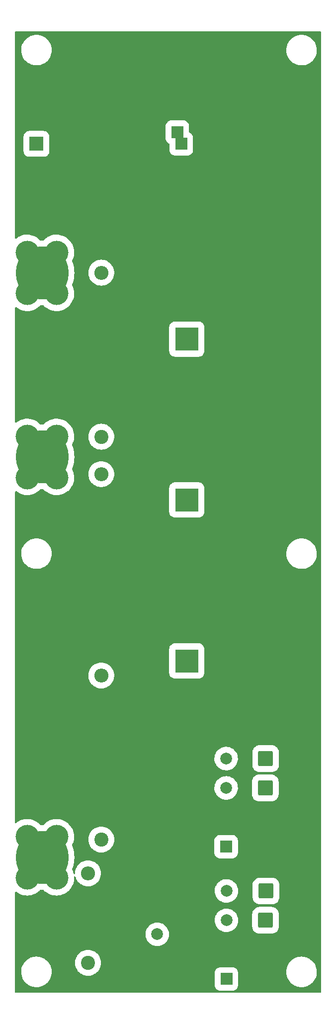
<source format=gbr>
%TF.GenerationSoftware,KiCad,Pcbnew,(6.0.0)*%
%TF.CreationDate,2022-02-22T13:29:53+00:00*%
%TF.ProjectId,Audionote Kit four v2,41756469-6f6e-46f7-9465-204b69742066,rev?*%
%TF.SameCoordinates,Original*%
%TF.FileFunction,Copper,L2,Bot*%
%TF.FilePolarity,Positive*%
%FSLAX46Y46*%
G04 Gerber Fmt 4.6, Leading zero omitted, Abs format (unit mm)*
G04 Created by KiCad (PCBNEW (6.0.0)) date 2022-02-22 13:29:53*
%MOMM*%
%LPD*%
G01*
G04 APERTURE LIST*
G04 Aperture macros list*
%AMRoundRect*
0 Rectangle with rounded corners*
0 $1 Rounding radius*
0 $2 $3 $4 $5 $6 $7 $8 $9 X,Y pos of 4 corners*
0 Add a 4 corners polygon primitive as box body*
4,1,4,$2,$3,$4,$5,$6,$7,$8,$9,$2,$3,0*
0 Add four circle primitives for the rounded corners*
1,1,$1+$1,$2,$3*
1,1,$1+$1,$4,$5*
1,1,$1+$1,$6,$7*
1,1,$1+$1,$8,$9*
0 Add four rect primitives between the rounded corners*
20,1,$1+$1,$2,$3,$4,$5,0*
20,1,$1+$1,$4,$5,$6,$7,0*
20,1,$1+$1,$6,$7,$8,$9,0*
20,1,$1+$1,$8,$9,$2,$3,0*%
G04 Aperture macros list end*
%TA.AperFunction,ComponentPad*%
%ADD10C,2.400000*%
%TD*%
%TA.AperFunction,ComponentPad*%
%ADD11O,2.400000X2.400000*%
%TD*%
%TA.AperFunction,ComponentPad*%
%ADD12RoundRect,0.249999X1.025001X-1.025001X1.025001X1.025001X-1.025001X1.025001X-1.025001X-1.025001X0*%
%TD*%
%TA.AperFunction,ComponentPad*%
%ADD13R,2.000000X2.000000*%
%TD*%
%TA.AperFunction,ComponentPad*%
%ADD14C,2.000000*%
%TD*%
%TA.AperFunction,ComponentPad*%
%ADD15R,4.000000X4.000000*%
%TD*%
%TA.AperFunction,ComponentPad*%
%ADD16C,4.000000*%
%TD*%
%TA.AperFunction,ComponentPad*%
%ADD17C,9.000000*%
%TD*%
%TA.AperFunction,ComponentPad*%
%ADD18R,2.400000X2.400000*%
%TD*%
G04 APERTURE END LIST*
D10*
%TO.P,R29,1*%
%TO.N,GND*%
X175431524Y-153086018D03*
D11*
%TO.P,R29,2*%
%TO.N,+V1*%
X175431524Y-125146018D03*
%TD*%
D12*
%TO.P,J2,1,Pin_1*%
%TO.N,Net-(D1-Pad3)*%
X203429434Y-201148476D03*
%TD*%
D13*
%TO.P,D2,1,+*%
%TO.N,Net-(C14-Pad1)*%
X196705399Y-188601524D03*
D14*
%TO.P,D2,2,-*%
%TO.N,GND*%
X196705399Y-183601524D03*
%TO.P,D2,3*%
%TO.N,Net-(D2-Pad3)*%
X196705399Y-178601524D03*
%TO.P,D2,4*%
%TO.N,Net-(D2-Pad4)*%
X196705399Y-173601524D03*
%TD*%
D12*
%TO.P,J3,1,Pin_1*%
%TO.N,Net-(D1-Pad4)*%
X203499434Y-196158476D03*
%TD*%
D10*
%TO.P,R7,1*%
%TO.N,Net-(C3-Pad1)*%
X173181524Y-208381524D03*
D11*
%TO.P,R7,2*%
%TO.N,F2+*%
X173181524Y-193141524D03*
%TD*%
D15*
%TO.P,C18,1*%
%TO.N,+V2*%
X190007714Y-102151524D03*
D16*
%TO.P,C18,2*%
%TO.N,GND*%
X200007714Y-102151524D03*
%TD*%
%TO.P,REF\u002A\u002A,1*%
%TO.N,+V1*%
X162810000Y-125725200D03*
D17*
X165350000Y-122225200D03*
D16*
X167813800Y-125725200D03*
X167813800Y-118714800D03*
X162810000Y-118714800D03*
%TD*%
D12*
%TO.P,J4,1,Pin_1*%
%TO.N,Net-(D2-Pad3)*%
X203370000Y-178600000D03*
%TD*%
D16*
%TO.P,REF\u002A\u002A,1*%
%TO.N,+V2*%
X167813800Y-87369600D03*
D17*
X165350000Y-90880000D03*
D16*
X162810000Y-94380000D03*
X162810000Y-87369600D03*
X167813800Y-94380000D03*
%TD*%
D13*
%TO.P,D1,1,+*%
%TO.N,Net-(C3-Pad1)*%
X196764833Y-211150000D03*
D14*
%TO.P,D1,2,-*%
%TO.N,GND*%
X196764833Y-206150000D03*
%TO.P,D1,3*%
%TO.N,Net-(D1-Pad3)*%
X196764833Y-201150000D03*
%TO.P,D1,4*%
%TO.N,Net-(D1-Pad4)*%
X196764833Y-196150000D03*
%TD*%
D15*
%TO.P,C14,1*%
%TO.N,Net-(C14-Pad1)*%
X190007714Y-156971524D03*
D16*
%TO.P,C14,2*%
%TO.N,GND*%
X200007714Y-156971524D03*
%TD*%
D10*
%TO.P,R30,1*%
%TO.N,+V1*%
X175431524Y-118781524D03*
D11*
%TO.P,R30,2*%
%TO.N,+V2*%
X175431524Y-90841524D03*
%TD*%
D14*
%TO.P,C3,1*%
%TO.N,Net-(C3-Pad1)*%
X184974833Y-203530000D03*
%TO.P,C3,2*%
%TO.N,GND*%
X184974833Y-196030000D03*
%TD*%
D15*
%TO.P,C17,1*%
%TO.N,+V1*%
X190007714Y-129561524D03*
D16*
%TO.P,C17,2*%
%TO.N,GND*%
X200007714Y-129561524D03*
%TD*%
D12*
%TO.P,J5,1,Pin_1*%
%TO.N,Net-(D2-Pad4)*%
X203440000Y-173610000D03*
%TD*%
D10*
%TO.P,R28,1*%
%TO.N,Net-(C14-Pad1)*%
X175431524Y-187390512D03*
D11*
%TO.P,R28,2*%
%TO.N,+V1*%
X175431524Y-159450512D03*
%TD*%
D16*
%TO.P,REF\u002A\u002A,1*%
%TO.N,F2+*%
X167813800Y-193925200D03*
X167813800Y-186914800D03*
D17*
X165350000Y-190425200D03*
D16*
X162810000Y-193925200D03*
X162810000Y-186914800D03*
%TD*%
D17*
%TO.P,REF\u002A\u002A,1*%
%TO.N,GND*%
X165350000Y-156165200D03*
D16*
X162810000Y-152654800D03*
X162810000Y-159665200D03*
X167813800Y-152654800D03*
X167813800Y-159665200D03*
%TD*%
D13*
%TO.P,C13,1*%
%TO.N,+V2*%
X188395179Y-66910000D03*
X189067323Y-68910000D03*
D14*
%TO.P,C13,2*%
%TO.N,GND*%
X194739467Y-70910000D03*
X194067323Y-68910000D03*
%TD*%
D18*
%TO.P,REF\u002A\u002A,1*%
%TO.N,+V2*%
X164399775Y-68910000D03*
D11*
%TO.P,REF\u002A\u002A,2*%
%TO.N,GND*%
X209399775Y-68910000D03*
%TD*%
%TA.AperFunction,Conductor*%
%TO.N,GND*%
G36*
X212812121Y-49730002D02*
G01*
X212858614Y-49783658D01*
X212870000Y-49836000D01*
X212870000Y-213334000D01*
X212849998Y-213402121D01*
X212796342Y-213448614D01*
X212744000Y-213460000D01*
X160876000Y-213460000D01*
X160807879Y-213439998D01*
X160761386Y-213386342D01*
X160750000Y-213334000D01*
X160750000Y-209985471D01*
X161794955Y-209985471D01*
X161819914Y-210302607D01*
X161883336Y-210614338D01*
X161984276Y-210916016D01*
X162121229Y-211203143D01*
X162292153Y-211471440D01*
X162494500Y-211716907D01*
X162725254Y-211935884D01*
X162980975Y-212125108D01*
X163119412Y-212203432D01*
X163254492Y-212279857D01*
X163254496Y-212279859D01*
X163257849Y-212281756D01*
X163551751Y-212403494D01*
X163653083Y-212431596D01*
X163854582Y-212487477D01*
X163854590Y-212487479D01*
X163858298Y-212488507D01*
X164172921Y-212535528D01*
X164176219Y-212535672D01*
X164285427Y-212540440D01*
X164285432Y-212540440D01*
X164286804Y-212540500D01*
X164480799Y-212540500D01*
X164717524Y-212526021D01*
X164721307Y-212525320D01*
X164721314Y-212525319D01*
X164919931Y-212488507D01*
X165030313Y-212468049D01*
X165239732Y-212402020D01*
X165330035Y-212373548D01*
X165330038Y-212373547D01*
X165333707Y-212372390D01*
X165337204Y-212370796D01*
X165337210Y-212370794D01*
X165619673Y-212242068D01*
X165619677Y-212242066D01*
X165623181Y-212240469D01*
X165676466Y-212207816D01*
X194764333Y-212207816D01*
X194764582Y-212210603D01*
X194764582Y-212210609D01*
X194770932Y-212281756D01*
X194775067Y-212328087D01*
X194831092Y-212523470D01*
X194925260Y-212703596D01*
X195053724Y-212861109D01*
X195211237Y-212989573D01*
X195391363Y-213083741D01*
X195586746Y-213139766D01*
X195618378Y-213142589D01*
X195704224Y-213150251D01*
X195704230Y-213150251D01*
X195707017Y-213150500D01*
X197822649Y-213150500D01*
X197825436Y-213150251D01*
X197825442Y-213150251D01*
X197911288Y-213142589D01*
X197942920Y-213139766D01*
X198138303Y-213083741D01*
X198318429Y-212989573D01*
X198475942Y-212861109D01*
X198604406Y-212703596D01*
X198698574Y-212523470D01*
X198754599Y-212328087D01*
X198758734Y-212281756D01*
X198765084Y-212210609D01*
X198765084Y-212210603D01*
X198765333Y-212207816D01*
X198765333Y-210092184D01*
X198755809Y-209985471D01*
X206944955Y-209985471D01*
X206969914Y-210302607D01*
X207033336Y-210614338D01*
X207134276Y-210916016D01*
X207271229Y-211203143D01*
X207442153Y-211471440D01*
X207644500Y-211716907D01*
X207875254Y-211935884D01*
X208130975Y-212125108D01*
X208269412Y-212203432D01*
X208404492Y-212279857D01*
X208404496Y-212279859D01*
X208407849Y-212281756D01*
X208701751Y-212403494D01*
X208803083Y-212431596D01*
X209004582Y-212487477D01*
X209004590Y-212487479D01*
X209008298Y-212488507D01*
X209322921Y-212535528D01*
X209326219Y-212535672D01*
X209435427Y-212540440D01*
X209435432Y-212540440D01*
X209436804Y-212540500D01*
X209630799Y-212540500D01*
X209867524Y-212526021D01*
X209871307Y-212525320D01*
X209871314Y-212525319D01*
X210069931Y-212488507D01*
X210180313Y-212468049D01*
X210389732Y-212402020D01*
X210480035Y-212373548D01*
X210480038Y-212373547D01*
X210483707Y-212372390D01*
X210487204Y-212370796D01*
X210487210Y-212370794D01*
X210769673Y-212242068D01*
X210769677Y-212242066D01*
X210773181Y-212240469D01*
X210958334Y-212127007D01*
X211041142Y-212076262D01*
X211041145Y-212076260D01*
X211044420Y-212074253D01*
X211047424Y-212071863D01*
X211047429Y-212071860D01*
X211290370Y-211878616D01*
X211293381Y-211876221D01*
X211516352Y-211649324D01*
X211650572Y-211474405D01*
X211707674Y-211399989D01*
X211707679Y-211399981D01*
X211710009Y-211396945D01*
X211822257Y-211206386D01*
X211869513Y-211126162D01*
X211869515Y-211126159D01*
X211871466Y-211122846D01*
X211998315Y-210831114D01*
X212088665Y-210526097D01*
X212141169Y-210212343D01*
X212155045Y-209894529D01*
X212130086Y-209577393D01*
X212066664Y-209265662D01*
X211965724Y-208963984D01*
X211958209Y-208948227D01*
X211830424Y-208680322D01*
X211830422Y-208680318D01*
X211828771Y-208676857D01*
X211657847Y-208408560D01*
X211455500Y-208163093D01*
X211224746Y-207944116D01*
X210969025Y-207754892D01*
X210768680Y-207641542D01*
X210695508Y-207600143D01*
X210695504Y-207600141D01*
X210692151Y-207598244D01*
X210398249Y-207476506D01*
X210296917Y-207448404D01*
X210095418Y-207392523D01*
X210095410Y-207392521D01*
X210091702Y-207391493D01*
X209777079Y-207344472D01*
X209773781Y-207344328D01*
X209664573Y-207339560D01*
X209664568Y-207339560D01*
X209663196Y-207339500D01*
X209469201Y-207339500D01*
X209232476Y-207353979D01*
X209228693Y-207354680D01*
X209228686Y-207354681D01*
X209076081Y-207382965D01*
X208919687Y-207411951D01*
X208739997Y-207468606D01*
X208619965Y-207506452D01*
X208619962Y-207506453D01*
X208616293Y-207507610D01*
X208612796Y-207509204D01*
X208612790Y-207509206D01*
X208330327Y-207637932D01*
X208330323Y-207637934D01*
X208326819Y-207639531D01*
X208323540Y-207641541D01*
X208323537Y-207641542D01*
X208134826Y-207757185D01*
X208055580Y-207805747D01*
X208052576Y-207808137D01*
X208052571Y-207808140D01*
X207833962Y-207982030D01*
X207806619Y-208003779D01*
X207583648Y-208230676D01*
X207581307Y-208233727D01*
X207581306Y-208233728D01*
X207392326Y-208480011D01*
X207392321Y-208480019D01*
X207389991Y-208483055D01*
X207388042Y-208486364D01*
X207273792Y-208680322D01*
X207228534Y-208757154D01*
X207101685Y-209048886D01*
X207011335Y-209353903D01*
X206958831Y-209667657D01*
X206944955Y-209985471D01*
X198755809Y-209985471D01*
X198754599Y-209971913D01*
X198698574Y-209776530D01*
X198604406Y-209596404D01*
X198475942Y-209438891D01*
X198471002Y-209434862D01*
X198323373Y-209314459D01*
X198323372Y-209314458D01*
X198318429Y-209310427D01*
X198138303Y-209216259D01*
X197942920Y-209160234D01*
X197911288Y-209157411D01*
X197825442Y-209149749D01*
X197825436Y-209149749D01*
X197822649Y-209149500D01*
X195707017Y-209149500D01*
X195704230Y-209149749D01*
X195704224Y-209149749D01*
X195618378Y-209157411D01*
X195586746Y-209160234D01*
X195391363Y-209216259D01*
X195211237Y-209310427D01*
X195206294Y-209314458D01*
X195206293Y-209314459D01*
X195058664Y-209434862D01*
X195053724Y-209438891D01*
X194925260Y-209596404D01*
X194831092Y-209776530D01*
X194775067Y-209971913D01*
X194764333Y-210092184D01*
X194764333Y-212207816D01*
X165676466Y-212207816D01*
X165808334Y-212127007D01*
X165891142Y-212076262D01*
X165891145Y-212076260D01*
X165894420Y-212074253D01*
X165897424Y-212071863D01*
X165897429Y-212071860D01*
X166140370Y-211878616D01*
X166143381Y-211876221D01*
X166366352Y-211649324D01*
X166500572Y-211474405D01*
X166557674Y-211399989D01*
X166557679Y-211399981D01*
X166560009Y-211396945D01*
X166672257Y-211206386D01*
X166719513Y-211126162D01*
X166719515Y-211126159D01*
X166721466Y-211122846D01*
X166848315Y-210831114D01*
X166938665Y-210526097D01*
X166991169Y-210212343D01*
X167005045Y-209894529D01*
X166980086Y-209577393D01*
X166916664Y-209265662D01*
X166815724Y-208963984D01*
X166808209Y-208948227D01*
X166680424Y-208680322D01*
X166680422Y-208680318D01*
X166678771Y-208676857D01*
X166507847Y-208408560D01*
X166485560Y-208381524D01*
X170976302Y-208381524D01*
X170995168Y-208669363D01*
X170995972Y-208673403D01*
X170995972Y-208673406D01*
X171012631Y-208757154D01*
X171051443Y-208952277D01*
X171052769Y-208956183D01*
X171052770Y-208956187D01*
X171083038Y-209045352D01*
X171144165Y-209225426D01*
X171145986Y-209229119D01*
X171145987Y-209229121D01*
X171209395Y-209357699D01*
X171271746Y-209484135D01*
X171274040Y-209487568D01*
X171394372Y-209667657D01*
X171432004Y-209723978D01*
X171434718Y-209727072D01*
X171434722Y-209727078D01*
X171584947Y-209898376D01*
X171622197Y-209940851D01*
X171625286Y-209943560D01*
X171835970Y-210128326D01*
X171835976Y-210128330D01*
X171839070Y-210131044D01*
X171842496Y-210133333D01*
X171842501Y-210133337D01*
X172022091Y-210253335D01*
X172078913Y-210291302D01*
X172082612Y-210293126D01*
X172082617Y-210293129D01*
X172333927Y-210417061D01*
X172337622Y-210418883D01*
X172341520Y-210420206D01*
X172341522Y-210420207D01*
X172606861Y-210510278D01*
X172606865Y-210510279D01*
X172610771Y-210511605D01*
X172614815Y-210512409D01*
X172614821Y-210512411D01*
X172889642Y-210567076D01*
X172889645Y-210567076D01*
X172893685Y-210567880D01*
X172897796Y-210568149D01*
X172897800Y-210568150D01*
X173177405Y-210586476D01*
X173181524Y-210586746D01*
X173185643Y-210586476D01*
X173465248Y-210568150D01*
X173465252Y-210568149D01*
X173469363Y-210567880D01*
X173473403Y-210567076D01*
X173473406Y-210567076D01*
X173748227Y-210512411D01*
X173748233Y-210512409D01*
X173752277Y-210511605D01*
X173756183Y-210510279D01*
X173756187Y-210510278D01*
X174021526Y-210420207D01*
X174021528Y-210420206D01*
X174025426Y-210418883D01*
X174029121Y-210417061D01*
X174280431Y-210293129D01*
X174280436Y-210293126D01*
X174284135Y-210291302D01*
X174340957Y-210253335D01*
X174520547Y-210133337D01*
X174520552Y-210133333D01*
X174523978Y-210131044D01*
X174527072Y-210128330D01*
X174527078Y-210128326D01*
X174737762Y-209943560D01*
X174740851Y-209940851D01*
X174778101Y-209898376D01*
X174928326Y-209727078D01*
X174928330Y-209727072D01*
X174931044Y-209723978D01*
X174968677Y-209667657D01*
X175089008Y-209487568D01*
X175091302Y-209484135D01*
X175153654Y-209357699D01*
X175217061Y-209229121D01*
X175217062Y-209229119D01*
X175218883Y-209225426D01*
X175280010Y-209045352D01*
X175310278Y-208956187D01*
X175310279Y-208956183D01*
X175311605Y-208952277D01*
X175350418Y-208757154D01*
X175367076Y-208673406D01*
X175367076Y-208673403D01*
X175367880Y-208669363D01*
X175386746Y-208381524D01*
X175376679Y-208227934D01*
X175368150Y-208097800D01*
X175368149Y-208097796D01*
X175367880Y-208093685D01*
X175311605Y-207810771D01*
X175239462Y-207598244D01*
X175220207Y-207541522D01*
X175220206Y-207541520D01*
X175218883Y-207537622D01*
X175147328Y-207392523D01*
X175093129Y-207282617D01*
X175093126Y-207282612D01*
X175091302Y-207278913D01*
X174931044Y-207039070D01*
X174928330Y-207035976D01*
X174928326Y-207035970D01*
X174743560Y-206825286D01*
X174740851Y-206822197D01*
X174737762Y-206819488D01*
X174527078Y-206634722D01*
X174527072Y-206634718D01*
X174523978Y-206632004D01*
X174520552Y-206629715D01*
X174520547Y-206629711D01*
X174287568Y-206474040D01*
X174284135Y-206471746D01*
X174280436Y-206469922D01*
X174280431Y-206469919D01*
X174029121Y-206345987D01*
X174029119Y-206345986D01*
X174025426Y-206344165D01*
X174021526Y-206342841D01*
X173756187Y-206252770D01*
X173756183Y-206252769D01*
X173752277Y-206251443D01*
X173748233Y-206250639D01*
X173748227Y-206250637D01*
X173473406Y-206195972D01*
X173473403Y-206195972D01*
X173469363Y-206195168D01*
X173465252Y-206194899D01*
X173465248Y-206194898D01*
X173185643Y-206176572D01*
X173181524Y-206176302D01*
X173177405Y-206176572D01*
X172897800Y-206194898D01*
X172897796Y-206194899D01*
X172893685Y-206195168D01*
X172889645Y-206195972D01*
X172889642Y-206195972D01*
X172614821Y-206250637D01*
X172614815Y-206250639D01*
X172610771Y-206251443D01*
X172606865Y-206252769D01*
X172606861Y-206252770D01*
X172341522Y-206342841D01*
X172337622Y-206344165D01*
X172333929Y-206345986D01*
X172333927Y-206345987D01*
X172082617Y-206469919D01*
X172082612Y-206469922D01*
X172078913Y-206471746D01*
X172075480Y-206474040D01*
X171842501Y-206629711D01*
X171842496Y-206629715D01*
X171839070Y-206632004D01*
X171835976Y-206634718D01*
X171835970Y-206634722D01*
X171625286Y-206819488D01*
X171622197Y-206822197D01*
X171619488Y-206825286D01*
X171434722Y-207035970D01*
X171434718Y-207035976D01*
X171432004Y-207039070D01*
X171271746Y-207278913D01*
X171269922Y-207282612D01*
X171269919Y-207282617D01*
X171215720Y-207392523D01*
X171144165Y-207537622D01*
X171142842Y-207541520D01*
X171142841Y-207541522D01*
X171123587Y-207598244D01*
X171051443Y-207810771D01*
X170995168Y-208093685D01*
X170994899Y-208097796D01*
X170994898Y-208097800D01*
X170986369Y-208227934D01*
X170976302Y-208381524D01*
X166485560Y-208381524D01*
X166305500Y-208163093D01*
X166074746Y-207944116D01*
X165819025Y-207754892D01*
X165618680Y-207641542D01*
X165545508Y-207600143D01*
X165545504Y-207600141D01*
X165542151Y-207598244D01*
X165248249Y-207476506D01*
X165146917Y-207448404D01*
X164945418Y-207392523D01*
X164945410Y-207392521D01*
X164941702Y-207391493D01*
X164627079Y-207344472D01*
X164623781Y-207344328D01*
X164514573Y-207339560D01*
X164514568Y-207339560D01*
X164513196Y-207339500D01*
X164319201Y-207339500D01*
X164082476Y-207353979D01*
X164078693Y-207354680D01*
X164078686Y-207354681D01*
X163926081Y-207382965D01*
X163769687Y-207411951D01*
X163589997Y-207468606D01*
X163469965Y-207506452D01*
X163469962Y-207506453D01*
X163466293Y-207507610D01*
X163462796Y-207509204D01*
X163462790Y-207509206D01*
X163180327Y-207637932D01*
X163180323Y-207637934D01*
X163176819Y-207639531D01*
X163173540Y-207641541D01*
X163173537Y-207641542D01*
X162984826Y-207757185D01*
X162905580Y-207805747D01*
X162902576Y-207808137D01*
X162902571Y-207808140D01*
X162683962Y-207982030D01*
X162656619Y-208003779D01*
X162433648Y-208230676D01*
X162431307Y-208233727D01*
X162431306Y-208233728D01*
X162242326Y-208480011D01*
X162242321Y-208480019D01*
X162239991Y-208483055D01*
X162238042Y-208486364D01*
X162123792Y-208680322D01*
X162078534Y-208757154D01*
X161951685Y-209048886D01*
X161861335Y-209353903D01*
X161808831Y-209667657D01*
X161794955Y-209985471D01*
X160750000Y-209985471D01*
X160750000Y-203467002D01*
X182970213Y-203467002D01*
X182981335Y-203750084D01*
X183032233Y-204028775D01*
X183121891Y-204297514D01*
X183248520Y-204550939D01*
X183409594Y-204783993D01*
X183601898Y-204992027D01*
X183605352Y-204994839D01*
X183818140Y-205168075D01*
X183818144Y-205168078D01*
X183821597Y-205170889D01*
X184064305Y-205317012D01*
X184068400Y-205318746D01*
X184068402Y-205318747D01*
X184321080Y-205425742D01*
X184321087Y-205425744D01*
X184325181Y-205427478D01*
X184425325Y-205454031D01*
X184594722Y-205498946D01*
X184594726Y-205498947D01*
X184599019Y-205500085D01*
X184603428Y-205500607D01*
X184603434Y-205500608D01*
X184760787Y-205519232D01*
X184880356Y-205533384D01*
X185163578Y-205526709D01*
X185167976Y-205525977D01*
X185438643Y-205480926D01*
X185438647Y-205480925D01*
X185443033Y-205480195D01*
X185447274Y-205478854D01*
X185447277Y-205478853D01*
X185708901Y-205396112D01*
X185708903Y-205396111D01*
X185713147Y-205394769D01*
X185717158Y-205392843D01*
X185717163Y-205392841D01*
X185964511Y-205274066D01*
X185964512Y-205274065D01*
X185968530Y-205272136D01*
X186116614Y-205173190D01*
X186200378Y-205117221D01*
X186200382Y-205117218D01*
X186204086Y-205114743D01*
X186415114Y-204925730D01*
X186597406Y-204708868D01*
X186747322Y-204468485D01*
X186861873Y-204209376D01*
X186938772Y-203936712D01*
X186976485Y-203655933D01*
X186980443Y-203530000D01*
X186960434Y-203247407D01*
X186947037Y-203185177D01*
X186901744Y-202974800D01*
X186901744Y-202974798D01*
X186900808Y-202970453D01*
X186802753Y-202704663D01*
X186754287Y-202614839D01*
X186670339Y-202459256D01*
X186668226Y-202455340D01*
X186499911Y-202227460D01*
X186453387Y-202180199D01*
X186402309Y-202128313D01*
X186301167Y-202025570D01*
X186297627Y-202022869D01*
X186297621Y-202022863D01*
X186079500Y-201856398D01*
X186079496Y-201856395D01*
X186075959Y-201853696D01*
X186012012Y-201817884D01*
X185832670Y-201717448D01*
X185832665Y-201717445D01*
X185828780Y-201715270D01*
X185824622Y-201713662D01*
X185824617Y-201713659D01*
X185568718Y-201614659D01*
X185568712Y-201614657D01*
X185564563Y-201613052D01*
X185560231Y-201612048D01*
X185560228Y-201612047D01*
X185484974Y-201594604D01*
X185288580Y-201549082D01*
X185006336Y-201524637D01*
X185001901Y-201524881D01*
X185001897Y-201524881D01*
X184727906Y-201539960D01*
X184727899Y-201539961D01*
X184723463Y-201540205D01*
X184585576Y-201567632D01*
X184449979Y-201594604D01*
X184449974Y-201594605D01*
X184445607Y-201595474D01*
X184441404Y-201596950D01*
X184182517Y-201687864D01*
X184182514Y-201687865D01*
X184178309Y-201689342D01*
X184174356Y-201691395D01*
X184174350Y-201691398D01*
X184031968Y-201765360D01*
X183926905Y-201819936D01*
X183923290Y-201822519D01*
X183923284Y-201822523D01*
X183875881Y-201856398D01*
X183696409Y-201984651D01*
X183693182Y-201987729D01*
X183693180Y-201987731D01*
X183591847Y-202084398D01*
X183491421Y-202180199D01*
X183316032Y-202402680D01*
X183285445Y-202455340D01*
X183175974Y-202643807D01*
X183175971Y-202643813D01*
X183173740Y-202647654D01*
X183172070Y-202651777D01*
X183074715Y-202892136D01*
X183067385Y-202910232D01*
X183066314Y-202914545D01*
X183066312Y-202914550D01*
X183006985Y-203153384D01*
X182999088Y-203185177D01*
X182998634Y-203189605D01*
X182998634Y-203189607D01*
X182974621Y-203423975D01*
X182970213Y-203467002D01*
X160750000Y-203467002D01*
X160750000Y-201087002D01*
X194760213Y-201087002D01*
X194771335Y-201370084D01*
X194772135Y-201374464D01*
X194812499Y-201595474D01*
X194822233Y-201648775D01*
X194911891Y-201917514D01*
X195038520Y-202170939D01*
X195199594Y-202403993D01*
X195391898Y-202612027D01*
X195395352Y-202614839D01*
X195608140Y-202788075D01*
X195608144Y-202788078D01*
X195611597Y-202790889D01*
X195854305Y-202937012D01*
X195858400Y-202938746D01*
X195858402Y-202938747D01*
X196111080Y-203045742D01*
X196111087Y-203045744D01*
X196115181Y-203047478D01*
X196215325Y-203074031D01*
X196384722Y-203118946D01*
X196384726Y-203118947D01*
X196389019Y-203120085D01*
X196393428Y-203120607D01*
X196393434Y-203120608D01*
X196529345Y-203136694D01*
X196670356Y-203153384D01*
X196953578Y-203146709D01*
X196957976Y-203145977D01*
X197228643Y-203100926D01*
X197228647Y-203100925D01*
X197233033Y-203100195D01*
X197237274Y-203098854D01*
X197237277Y-203098853D01*
X197498901Y-203016112D01*
X197498903Y-203016111D01*
X197503147Y-203014769D01*
X197507158Y-203012843D01*
X197507163Y-203012841D01*
X197754511Y-202894066D01*
X197754512Y-202894065D01*
X197758530Y-202892136D01*
X197762236Y-202889660D01*
X197990378Y-202737221D01*
X197990382Y-202737218D01*
X197994086Y-202734743D01*
X198205114Y-202545730D01*
X198387406Y-202328868D01*
X198537322Y-202088485D01*
X198651873Y-201829376D01*
X198728772Y-201556712D01*
X198766485Y-201275933D01*
X198770443Y-201150000D01*
X198750434Y-200867407D01*
X198737037Y-200805177D01*
X198691744Y-200594800D01*
X198691744Y-200594798D01*
X198690808Y-200590453D01*
X198592753Y-200324663D01*
X198458226Y-200075340D01*
X198447883Y-200061337D01*
X201153934Y-200061337D01*
X201153935Y-202235614D01*
X201165383Y-202376379D01*
X201166717Y-202381575D01*
X201166718Y-202381580D01*
X201209628Y-202548700D01*
X201220897Y-202592589D01*
X201223233Y-202597692D01*
X201223234Y-202597694D01*
X201247995Y-202651777D01*
X201313820Y-202795552D01*
X201441216Y-202978851D01*
X201599059Y-203136694D01*
X201782358Y-203264090D01*
X201909414Y-203322260D01*
X201980216Y-203354676D01*
X201980218Y-203354677D01*
X201985321Y-203357013D01*
X202201531Y-203412527D01*
X202265665Y-203417743D01*
X202339744Y-203423769D01*
X202339756Y-203423769D01*
X202342295Y-203423976D01*
X203429008Y-203423976D01*
X204516572Y-203423975D01*
X204657337Y-203412527D01*
X204662533Y-203411193D01*
X204662538Y-203411192D01*
X204868106Y-203358410D01*
X204873547Y-203357013D01*
X204878650Y-203354677D01*
X204878652Y-203354676D01*
X204949454Y-203322260D01*
X205076510Y-203264090D01*
X205259809Y-203136694D01*
X205417652Y-202978851D01*
X205545048Y-202795552D01*
X205610873Y-202651777D01*
X205635634Y-202597694D01*
X205635635Y-202597692D01*
X205637971Y-202592589D01*
X205693485Y-202376379D01*
X205698701Y-202312245D01*
X205704727Y-202238166D01*
X205704727Y-202238154D01*
X205704934Y-202235615D01*
X205704933Y-200061338D01*
X205693485Y-199920573D01*
X205692150Y-199915371D01*
X205639368Y-199709804D01*
X205637971Y-199704363D01*
X205545048Y-199501400D01*
X205417652Y-199318101D01*
X205259809Y-199160258D01*
X205076510Y-199032862D01*
X204949454Y-198974692D01*
X204878652Y-198942276D01*
X204878650Y-198942275D01*
X204873547Y-198939939D01*
X204657337Y-198884425D01*
X204593203Y-198879209D01*
X204519124Y-198873183D01*
X204519112Y-198873183D01*
X204516573Y-198872976D01*
X203429860Y-198872976D01*
X202342296Y-198872977D01*
X202201531Y-198884425D01*
X202196335Y-198885759D01*
X202196330Y-198885760D01*
X202004509Y-198935012D01*
X201985321Y-198939939D01*
X201980218Y-198942275D01*
X201980216Y-198942276D01*
X201909414Y-198974692D01*
X201782358Y-199032862D01*
X201599059Y-199160258D01*
X201441216Y-199318101D01*
X201313820Y-199501400D01*
X201220897Y-199704363D01*
X201165383Y-199920573D01*
X201164948Y-199925925D01*
X201164948Y-199925926D01*
X201154142Y-200058785D01*
X201153934Y-200061337D01*
X198447883Y-200061337D01*
X198289911Y-199847460D01*
X198243387Y-199800199D01*
X198094298Y-199648751D01*
X198091167Y-199645570D01*
X198087627Y-199642869D01*
X198087621Y-199642863D01*
X197869500Y-199476398D01*
X197869496Y-199476395D01*
X197865959Y-199473696D01*
X197802012Y-199437884D01*
X197622670Y-199337448D01*
X197622665Y-199337445D01*
X197618780Y-199335270D01*
X197614622Y-199333662D01*
X197614617Y-199333659D01*
X197358718Y-199234659D01*
X197358712Y-199234657D01*
X197354563Y-199233052D01*
X197350231Y-199232048D01*
X197350228Y-199232047D01*
X197274974Y-199214604D01*
X197078580Y-199169082D01*
X196796336Y-199144637D01*
X196791901Y-199144881D01*
X196791897Y-199144881D01*
X196517906Y-199159960D01*
X196517899Y-199159961D01*
X196513463Y-199160205D01*
X196375576Y-199187632D01*
X196239979Y-199214604D01*
X196239974Y-199214605D01*
X196235607Y-199215474D01*
X196231404Y-199216950D01*
X195972517Y-199307864D01*
X195972514Y-199307865D01*
X195968309Y-199309342D01*
X195964356Y-199311395D01*
X195964350Y-199311398D01*
X195821968Y-199385360D01*
X195716905Y-199439936D01*
X195713290Y-199442519D01*
X195713284Y-199442523D01*
X195623756Y-199506501D01*
X195486409Y-199604651D01*
X195483182Y-199607729D01*
X195483180Y-199607731D01*
X195376180Y-199709804D01*
X195281421Y-199800199D01*
X195106032Y-200022680D01*
X195075445Y-200075340D01*
X194965974Y-200263807D01*
X194965971Y-200263813D01*
X194963740Y-200267654D01*
X194857385Y-200530232D01*
X194856314Y-200534545D01*
X194856312Y-200534550D01*
X194842426Y-200590453D01*
X194789088Y-200805177D01*
X194788634Y-200809605D01*
X194788634Y-200809607D01*
X194782712Y-200867407D01*
X194760213Y-201087002D01*
X160750000Y-201087002D01*
X160750000Y-196385578D01*
X160770002Y-196317457D01*
X160823658Y-196270964D01*
X160893932Y-196260860D01*
X160949525Y-196283255D01*
X161199527Y-196462899D01*
X161501876Y-196631185D01*
X161821563Y-196763603D01*
X161825057Y-196764598D01*
X161825059Y-196764599D01*
X162150851Y-196857404D01*
X162150856Y-196857405D01*
X162154352Y-196858401D01*
X162390034Y-196896995D01*
X162492251Y-196913734D01*
X162492255Y-196913734D01*
X162495831Y-196914320D01*
X162499457Y-196914491D01*
X162837847Y-196930449D01*
X162837848Y-196930449D01*
X162841474Y-196930620D01*
X162852346Y-196929879D01*
X163183069Y-196907333D01*
X163183077Y-196907332D01*
X163186700Y-196907085D01*
X163190276Y-196906422D01*
X163190278Y-196906422D01*
X163523368Y-196844688D01*
X163523372Y-196844687D01*
X163526933Y-196844027D01*
X163857663Y-196742281D01*
X164174507Y-196603196D01*
X164473265Y-196428616D01*
X164545389Y-196374464D01*
X164747071Y-196223037D01*
X164747075Y-196223034D01*
X164749978Y-196220854D01*
X164955982Y-196025364D01*
X164998343Y-195985165D01*
X164998347Y-195985161D01*
X165000977Y-195982665D01*
X165014010Y-195967078D01*
X165073048Y-195927648D01*
X165118583Y-195922148D01*
X165234702Y-195929454D01*
X165237334Y-195929399D01*
X165237341Y-195929399D01*
X165348726Y-195927065D01*
X165515261Y-195923576D01*
X165583785Y-195942146D01*
X165612847Y-195966718D01*
X165666392Y-196028098D01*
X165922324Y-196260978D01*
X165925272Y-196263096D01*
X165925274Y-196263098D01*
X165943136Y-196275933D01*
X166203327Y-196462899D01*
X166505676Y-196631185D01*
X166825363Y-196763603D01*
X166828857Y-196764598D01*
X166828859Y-196764599D01*
X167154651Y-196857404D01*
X167154656Y-196857405D01*
X167158152Y-196858401D01*
X167393834Y-196896995D01*
X167496051Y-196913734D01*
X167496055Y-196913734D01*
X167499631Y-196914320D01*
X167503257Y-196914491D01*
X167841647Y-196930449D01*
X167841648Y-196930449D01*
X167845274Y-196930620D01*
X167856146Y-196929879D01*
X168186869Y-196907333D01*
X168186877Y-196907332D01*
X168190500Y-196907085D01*
X168194076Y-196906422D01*
X168194078Y-196906422D01*
X168527168Y-196844688D01*
X168527172Y-196844687D01*
X168530733Y-196844027D01*
X168861463Y-196742281D01*
X169178307Y-196603196D01*
X169477065Y-196428616D01*
X169549189Y-196374464D01*
X169750871Y-196223037D01*
X169750875Y-196223034D01*
X169753778Y-196220854D01*
X169894829Y-196087002D01*
X194760213Y-196087002D01*
X194760388Y-196091454D01*
X194767924Y-196283255D01*
X194771335Y-196370084D01*
X194822233Y-196648775D01*
X194911891Y-196917514D01*
X194913883Y-196921501D01*
X194913884Y-196921503D01*
X194918440Y-196930620D01*
X195038520Y-197170939D01*
X195041049Y-197174598D01*
X195191016Y-197391581D01*
X195199594Y-197403993D01*
X195202616Y-197407262D01*
X195387893Y-197607694D01*
X195391898Y-197612027D01*
X195395352Y-197614839D01*
X195608140Y-197788075D01*
X195608144Y-197788078D01*
X195611597Y-197790889D01*
X195854305Y-197937012D01*
X195858400Y-197938746D01*
X195858402Y-197938747D01*
X196111080Y-198045742D01*
X196111087Y-198045744D01*
X196115181Y-198047478D01*
X196215325Y-198074031D01*
X196384722Y-198118946D01*
X196384726Y-198118947D01*
X196389019Y-198120085D01*
X196393428Y-198120607D01*
X196393434Y-198120608D01*
X196550787Y-198139232D01*
X196670356Y-198153384D01*
X196953578Y-198146709D01*
X196977526Y-198142723D01*
X197228643Y-198100926D01*
X197228647Y-198100925D01*
X197233033Y-198100195D01*
X197237274Y-198098854D01*
X197237277Y-198098853D01*
X197498901Y-198016112D01*
X197498903Y-198016111D01*
X197503147Y-198014769D01*
X197507158Y-198012843D01*
X197507163Y-198012841D01*
X197754511Y-197894066D01*
X197754512Y-197894065D01*
X197758530Y-197892136D01*
X197762236Y-197889660D01*
X197990378Y-197737221D01*
X197990382Y-197737218D01*
X197994086Y-197734743D01*
X198205114Y-197545730D01*
X198387406Y-197328868D01*
X198537322Y-197088485D01*
X198651873Y-196829376D01*
X198728772Y-196556712D01*
X198766485Y-196275933D01*
X198767032Y-196258535D01*
X198770342Y-196153222D01*
X198770342Y-196153217D01*
X198770443Y-196150000D01*
X198750434Y-195867407D01*
X198737037Y-195805177D01*
X198691744Y-195594800D01*
X198691744Y-195594798D01*
X198690808Y-195590453D01*
X198592753Y-195324663D01*
X198458226Y-195075340D01*
X198455269Y-195071337D01*
X201223934Y-195071337D01*
X201223935Y-197245614D01*
X201235383Y-197386379D01*
X201236717Y-197391575D01*
X201236718Y-197391580D01*
X201240745Y-197407262D01*
X201290897Y-197602589D01*
X201383820Y-197805552D01*
X201511216Y-197988851D01*
X201669059Y-198146694D01*
X201852358Y-198274090D01*
X201979414Y-198332260D01*
X202050216Y-198364676D01*
X202050218Y-198364677D01*
X202055321Y-198367013D01*
X202271531Y-198422527D01*
X202335665Y-198427743D01*
X202409744Y-198433769D01*
X202409756Y-198433769D01*
X202412295Y-198433976D01*
X203499008Y-198433976D01*
X204586572Y-198433975D01*
X204727337Y-198422527D01*
X204732533Y-198421193D01*
X204732538Y-198421192D01*
X204938106Y-198368410D01*
X204943547Y-198367013D01*
X204948650Y-198364677D01*
X204948652Y-198364676D01*
X205019454Y-198332260D01*
X205146510Y-198274090D01*
X205329809Y-198146694D01*
X205487652Y-197988851D01*
X205615048Y-197805552D01*
X205707971Y-197602589D01*
X205763485Y-197386379D01*
X205768701Y-197322245D01*
X205774727Y-197248166D01*
X205774727Y-197248154D01*
X205774934Y-197245615D01*
X205774933Y-195071338D01*
X205763485Y-194930573D01*
X205762150Y-194925371D01*
X205709368Y-194719804D01*
X205707971Y-194714363D01*
X205615048Y-194511400D01*
X205487652Y-194328101D01*
X205329809Y-194170258D01*
X205146510Y-194042862D01*
X205012540Y-193981526D01*
X204948652Y-193952276D01*
X204948650Y-193952275D01*
X204943547Y-193949939D01*
X204727337Y-193894425D01*
X204663203Y-193889209D01*
X204589124Y-193883183D01*
X204589112Y-193883183D01*
X204586573Y-193882976D01*
X203499860Y-193882976D01*
X202412296Y-193882977D01*
X202271531Y-193894425D01*
X202266335Y-193895759D01*
X202266330Y-193895760D01*
X202140778Y-193927997D01*
X202055321Y-193949939D01*
X202050218Y-193952275D01*
X202050216Y-193952276D01*
X201986328Y-193981526D01*
X201852358Y-194042862D01*
X201669059Y-194170258D01*
X201511216Y-194328101D01*
X201383820Y-194511400D01*
X201290897Y-194714363D01*
X201235383Y-194930573D01*
X201234948Y-194935925D01*
X201234948Y-194935926D01*
X201224142Y-195068785D01*
X201223934Y-195071337D01*
X198455269Y-195071337D01*
X198289911Y-194847460D01*
X198243387Y-194800199D01*
X198158888Y-194714363D01*
X198091167Y-194645570D01*
X198087627Y-194642869D01*
X198087621Y-194642863D01*
X197869500Y-194476398D01*
X197869496Y-194476395D01*
X197865959Y-194473696D01*
X197802012Y-194437884D01*
X197622670Y-194337448D01*
X197622665Y-194337445D01*
X197618780Y-194335270D01*
X197614622Y-194333662D01*
X197614617Y-194333659D01*
X197358718Y-194234659D01*
X197358712Y-194234657D01*
X197354563Y-194233052D01*
X197350231Y-194232048D01*
X197350228Y-194232047D01*
X197274974Y-194214604D01*
X197078580Y-194169082D01*
X196796336Y-194144637D01*
X196791901Y-194144881D01*
X196791897Y-194144881D01*
X196517906Y-194159960D01*
X196517899Y-194159961D01*
X196513463Y-194160205D01*
X196442960Y-194174229D01*
X196239979Y-194214604D01*
X196239974Y-194214605D01*
X196235607Y-194215474D01*
X196231404Y-194216950D01*
X195972517Y-194307864D01*
X195972514Y-194307865D01*
X195968309Y-194309342D01*
X195964356Y-194311395D01*
X195964350Y-194311398D01*
X195821968Y-194385360D01*
X195716905Y-194439936D01*
X195713290Y-194442519D01*
X195713284Y-194442523D01*
X195665881Y-194476398D01*
X195486409Y-194604651D01*
X195483182Y-194607729D01*
X195483180Y-194607731D01*
X195288014Y-194793910D01*
X195281421Y-194800199D01*
X195106032Y-195022680D01*
X195076286Y-195073892D01*
X194965974Y-195263807D01*
X194965971Y-195263813D01*
X194963740Y-195267654D01*
X194857385Y-195530232D01*
X194856314Y-195534545D01*
X194856312Y-195534550D01*
X194790161Y-195800856D01*
X194789088Y-195805177D01*
X194788634Y-195809605D01*
X194788634Y-195809607D01*
X194766528Y-196025364D01*
X194760213Y-196087002D01*
X169894829Y-196087002D01*
X170004777Y-195982665D01*
X170226736Y-195717205D01*
X170307141Y-195594800D01*
X170414726Y-195431018D01*
X170414731Y-195431009D01*
X170416713Y-195427992D01*
X170494451Y-195273427D01*
X170570563Y-195122098D01*
X170570566Y-195122090D01*
X170572190Y-195118862D01*
X170590515Y-195068786D01*
X170689857Y-194797322D01*
X170689860Y-194797312D01*
X170691105Y-194793910D01*
X170691950Y-194790388D01*
X170691953Y-194790380D01*
X170771037Y-194460972D01*
X170771038Y-194460968D01*
X170771884Y-194457443D01*
X170772321Y-194453833D01*
X170813118Y-194116701D01*
X170813118Y-194116695D01*
X170813454Y-194113922D01*
X170819385Y-193925200D01*
X170817688Y-193895760D01*
X170810582Y-193772532D01*
X170826629Y-193703373D01*
X170877520Y-193653869D01*
X170947096Y-193639736D01*
X171013267Y-193665463D01*
X171055686Y-193724777D01*
X171132119Y-193949939D01*
X171144165Y-193985426D01*
X171145986Y-193989119D01*
X171145987Y-193989121D01*
X171265785Y-194232047D01*
X171271746Y-194244135D01*
X171274040Y-194247568D01*
X171425134Y-194473696D01*
X171432004Y-194483978D01*
X171434718Y-194487072D01*
X171434722Y-194487078D01*
X171571343Y-194642863D01*
X171622197Y-194700851D01*
X171625286Y-194703560D01*
X171835970Y-194888326D01*
X171835976Y-194888330D01*
X171839070Y-194891044D01*
X171842496Y-194893333D01*
X171842501Y-194893337D01*
X172022091Y-195013335D01*
X172078913Y-195051302D01*
X172082612Y-195053126D01*
X172082617Y-195053129D01*
X172215911Y-195118862D01*
X172337622Y-195178883D01*
X172341520Y-195180206D01*
X172341522Y-195180207D01*
X172606861Y-195270278D01*
X172606865Y-195270279D01*
X172610771Y-195271605D01*
X172614815Y-195272409D01*
X172614821Y-195272411D01*
X172889642Y-195327076D01*
X172889645Y-195327076D01*
X172893685Y-195327880D01*
X172897796Y-195328149D01*
X172897800Y-195328150D01*
X173177405Y-195346476D01*
X173181524Y-195346746D01*
X173185643Y-195346476D01*
X173465248Y-195328150D01*
X173465252Y-195328149D01*
X173469363Y-195327880D01*
X173473403Y-195327076D01*
X173473406Y-195327076D01*
X173748227Y-195272411D01*
X173748233Y-195272409D01*
X173752277Y-195271605D01*
X173756183Y-195270279D01*
X173756187Y-195270278D01*
X174021526Y-195180207D01*
X174021528Y-195180206D01*
X174025426Y-195178883D01*
X174147137Y-195118862D01*
X174280431Y-195053129D01*
X174280436Y-195053126D01*
X174284135Y-195051302D01*
X174340957Y-195013335D01*
X174520547Y-194893337D01*
X174520552Y-194893333D01*
X174523978Y-194891044D01*
X174527072Y-194888330D01*
X174527078Y-194888326D01*
X174737762Y-194703560D01*
X174740851Y-194700851D01*
X174791705Y-194642863D01*
X174928326Y-194487078D01*
X174928330Y-194487072D01*
X174931044Y-194483978D01*
X174937915Y-194473696D01*
X175089008Y-194247568D01*
X175091302Y-194244135D01*
X175097264Y-194232047D01*
X175217061Y-193989121D01*
X175217062Y-193989119D01*
X175218883Y-193985426D01*
X175230929Y-193949939D01*
X175310278Y-193716187D01*
X175310279Y-193716183D01*
X175311605Y-193712277D01*
X175313377Y-193703373D01*
X175367076Y-193433406D01*
X175367076Y-193433403D01*
X175367880Y-193429363D01*
X175380366Y-193238872D01*
X175386476Y-193145643D01*
X175386746Y-193141524D01*
X175367880Y-192853685D01*
X175367076Y-192849642D01*
X175312411Y-192574821D01*
X175312409Y-192574815D01*
X175311605Y-192570771D01*
X175218883Y-192297622D01*
X175217061Y-192293927D01*
X175093129Y-192042617D01*
X175093126Y-192042612D01*
X175091302Y-192038913D01*
X174931044Y-191799070D01*
X174928330Y-191795976D01*
X174928326Y-191795970D01*
X174743560Y-191585286D01*
X174740851Y-191582197D01*
X174737762Y-191579488D01*
X174527078Y-191394722D01*
X174527072Y-191394718D01*
X174523978Y-191392004D01*
X174520552Y-191389715D01*
X174520547Y-191389711D01*
X174287568Y-191234040D01*
X174284135Y-191231746D01*
X174280436Y-191229922D01*
X174280431Y-191229919D01*
X174029121Y-191105987D01*
X174029119Y-191105986D01*
X174025426Y-191104165D01*
X174021526Y-191102841D01*
X173756187Y-191012770D01*
X173756183Y-191012769D01*
X173752277Y-191011443D01*
X173748233Y-191010639D01*
X173748227Y-191010637D01*
X173473406Y-190955972D01*
X173473403Y-190955972D01*
X173469363Y-190955168D01*
X173465252Y-190954899D01*
X173465248Y-190954898D01*
X173185643Y-190936572D01*
X173181524Y-190936302D01*
X173177405Y-190936572D01*
X172897800Y-190954898D01*
X172897796Y-190954899D01*
X172893685Y-190955168D01*
X172889645Y-190955972D01*
X172889642Y-190955972D01*
X172614821Y-191010637D01*
X172614815Y-191010639D01*
X172610771Y-191011443D01*
X172606865Y-191012769D01*
X172606861Y-191012770D01*
X172341522Y-191102841D01*
X172337622Y-191104165D01*
X172333929Y-191105986D01*
X172333927Y-191105987D01*
X172082617Y-191229919D01*
X172082612Y-191229922D01*
X172078913Y-191231746D01*
X172075480Y-191234040D01*
X171842501Y-191389711D01*
X171842496Y-191389715D01*
X171839070Y-191392004D01*
X171835976Y-191394718D01*
X171835970Y-191394722D01*
X171625286Y-191579488D01*
X171622197Y-191582197D01*
X171619488Y-191585286D01*
X171434722Y-191795970D01*
X171434718Y-191795976D01*
X171432004Y-191799070D01*
X171271746Y-192038913D01*
X171269922Y-192042612D01*
X171269919Y-192042617D01*
X171145987Y-192293927D01*
X171144165Y-192297622D01*
X171051443Y-192570771D01*
X171050639Y-192574815D01*
X171050637Y-192574821D01*
X170995972Y-192849642D01*
X170995168Y-192853685D01*
X170976302Y-193141524D01*
X170976572Y-193145643D01*
X170977888Y-193165720D01*
X170962385Y-193235003D01*
X170911885Y-193284906D01*
X170842422Y-193299584D01*
X170776051Y-193274378D01*
X170733843Y-193217291D01*
X170731347Y-193209747D01*
X170708552Y-193132794D01*
X170641697Y-192907094D01*
X170640273Y-192903755D01*
X170507362Y-192592149D01*
X170507360Y-192592146D01*
X170505938Y-192588811D01*
X170478959Y-192541512D01*
X170462582Y-192472430D01*
X170471254Y-192432699D01*
X170549227Y-192235762D01*
X170682497Y-191794352D01*
X170726936Y-191585286D01*
X170777816Y-191345912D01*
X170778363Y-191343339D01*
X170836153Y-190885885D01*
X170848061Y-190601775D01*
X170855350Y-190427848D01*
X170855461Y-190425200D01*
X170836153Y-189964515D01*
X170797600Y-189659340D01*
X194704899Y-189659340D01*
X194715633Y-189779611D01*
X194771658Y-189974994D01*
X194865826Y-190155120D01*
X194994290Y-190312633D01*
X194999230Y-190316662D01*
X195129065Y-190422552D01*
X195151803Y-190441097D01*
X195331929Y-190535265D01*
X195527312Y-190591290D01*
X195558944Y-190594113D01*
X195644790Y-190601775D01*
X195644796Y-190601775D01*
X195647583Y-190602024D01*
X197763215Y-190602024D01*
X197766002Y-190601775D01*
X197766008Y-190601775D01*
X197851854Y-190594113D01*
X197883486Y-190591290D01*
X198078869Y-190535265D01*
X198258995Y-190441097D01*
X198281734Y-190422552D01*
X198411568Y-190316662D01*
X198416508Y-190312633D01*
X198544972Y-190155120D01*
X198639140Y-189974994D01*
X198695165Y-189779611D01*
X198705899Y-189659340D01*
X198705899Y-187543708D01*
X198695165Y-187423437D01*
X198639140Y-187228054D01*
X198544972Y-187047928D01*
X198434116Y-186912004D01*
X198420537Y-186895355D01*
X198416508Y-186890415D01*
X198258995Y-186761951D01*
X198078869Y-186667783D01*
X197883486Y-186611758D01*
X197851854Y-186608935D01*
X197766008Y-186601273D01*
X197766002Y-186601273D01*
X197763215Y-186601024D01*
X195647583Y-186601024D01*
X195644796Y-186601273D01*
X195644790Y-186601273D01*
X195558944Y-186608935D01*
X195527312Y-186611758D01*
X195331929Y-186667783D01*
X195151803Y-186761951D01*
X194994290Y-186890415D01*
X194990261Y-186895355D01*
X194976683Y-186912004D01*
X194865826Y-187047928D01*
X194771658Y-187228054D01*
X194715633Y-187423437D01*
X194704899Y-187543708D01*
X194704899Y-189659340D01*
X170797600Y-189659340D01*
X170780174Y-189521399D01*
X170778694Y-189509681D01*
X170778363Y-189507061D01*
X170700836Y-189142325D01*
X170683043Y-189058615D01*
X170683041Y-189058607D01*
X170682497Y-189056048D01*
X170549227Y-188614638D01*
X170548256Y-188612185D01*
X170468004Y-188409490D01*
X170461525Y-188338790D01*
X170472591Y-188306493D01*
X170570562Y-188111698D01*
X170572190Y-188108462D01*
X170573435Y-188105060D01*
X170689857Y-187786922D01*
X170689860Y-187786912D01*
X170691105Y-187783510D01*
X170691950Y-187779988D01*
X170691953Y-187779980D01*
X170771037Y-187450572D01*
X170771038Y-187450568D01*
X170771884Y-187447043D01*
X170775438Y-187417673D01*
X170778725Y-187390512D01*
X173226302Y-187390512D01*
X173245168Y-187678351D01*
X173301443Y-187961265D01*
X173394165Y-188234414D01*
X173395986Y-188238107D01*
X173395987Y-188238109D01*
X173480503Y-188409490D01*
X173521746Y-188493123D01*
X173682004Y-188732966D01*
X173684718Y-188736060D01*
X173684722Y-188736066D01*
X173869488Y-188946750D01*
X173872197Y-188949839D01*
X173875286Y-188952548D01*
X174085970Y-189137314D01*
X174085976Y-189137318D01*
X174089070Y-189140032D01*
X174092496Y-189142321D01*
X174092501Y-189142325D01*
X174272091Y-189262323D01*
X174328913Y-189300290D01*
X174332612Y-189302114D01*
X174332617Y-189302117D01*
X174583927Y-189426049D01*
X174587622Y-189427871D01*
X174591520Y-189429194D01*
X174591522Y-189429195D01*
X174856861Y-189519266D01*
X174856865Y-189519267D01*
X174860771Y-189520593D01*
X174864815Y-189521397D01*
X174864821Y-189521399D01*
X175139642Y-189576064D01*
X175139645Y-189576064D01*
X175143685Y-189576868D01*
X175147796Y-189577137D01*
X175147800Y-189577138D01*
X175427405Y-189595464D01*
X175431524Y-189595734D01*
X175435643Y-189595464D01*
X175715248Y-189577138D01*
X175715252Y-189577137D01*
X175719363Y-189576868D01*
X175723403Y-189576064D01*
X175723406Y-189576064D01*
X175998227Y-189521399D01*
X175998233Y-189521397D01*
X176002277Y-189520593D01*
X176006183Y-189519267D01*
X176006187Y-189519266D01*
X176271526Y-189429195D01*
X176271528Y-189429194D01*
X176275426Y-189427871D01*
X176279121Y-189426049D01*
X176530431Y-189302117D01*
X176530436Y-189302114D01*
X176534135Y-189300290D01*
X176590957Y-189262323D01*
X176770547Y-189142325D01*
X176770552Y-189142321D01*
X176773978Y-189140032D01*
X176777072Y-189137318D01*
X176777078Y-189137314D01*
X176987762Y-188952548D01*
X176990851Y-188949839D01*
X176993560Y-188946750D01*
X177178326Y-188736066D01*
X177178330Y-188736060D01*
X177181044Y-188732966D01*
X177341302Y-188493123D01*
X177382546Y-188409490D01*
X177467061Y-188238109D01*
X177467062Y-188238107D01*
X177468883Y-188234414D01*
X177561605Y-187961265D01*
X177617880Y-187678351D01*
X177636746Y-187390512D01*
X177617880Y-187102673D01*
X177576642Y-186895355D01*
X177562411Y-186823809D01*
X177562409Y-186823803D01*
X177561605Y-186819759D01*
X177543351Y-186765983D01*
X177470207Y-186550510D01*
X177470206Y-186550508D01*
X177468883Y-186546610D01*
X177341302Y-186287901D01*
X177181044Y-186048058D01*
X177178330Y-186044964D01*
X177178326Y-186044958D01*
X176993560Y-185834274D01*
X176990851Y-185831185D01*
X176987762Y-185828476D01*
X176777078Y-185643710D01*
X176777072Y-185643706D01*
X176773978Y-185640992D01*
X176770552Y-185638703D01*
X176770547Y-185638699D01*
X176537568Y-185483028D01*
X176534135Y-185480734D01*
X176530436Y-185478910D01*
X176530431Y-185478907D01*
X176279121Y-185354975D01*
X176279119Y-185354974D01*
X176275426Y-185353153D01*
X176271526Y-185351829D01*
X176006187Y-185261758D01*
X176006183Y-185261757D01*
X176002277Y-185260431D01*
X175998233Y-185259627D01*
X175998227Y-185259625D01*
X175723406Y-185204960D01*
X175723403Y-185204960D01*
X175719363Y-185204156D01*
X175715252Y-185203887D01*
X175715248Y-185203886D01*
X175435643Y-185185560D01*
X175431524Y-185185290D01*
X175427405Y-185185560D01*
X175147800Y-185203886D01*
X175147796Y-185203887D01*
X175143685Y-185204156D01*
X175139645Y-185204960D01*
X175139642Y-185204960D01*
X174864821Y-185259625D01*
X174864815Y-185259627D01*
X174860771Y-185260431D01*
X174856865Y-185261757D01*
X174856861Y-185261758D01*
X174591522Y-185351829D01*
X174587622Y-185353153D01*
X174583929Y-185354974D01*
X174583927Y-185354975D01*
X174332617Y-185478907D01*
X174332612Y-185478910D01*
X174328913Y-185480734D01*
X174325480Y-185483028D01*
X174092501Y-185638699D01*
X174092496Y-185638703D01*
X174089070Y-185640992D01*
X174085976Y-185643706D01*
X174085970Y-185643710D01*
X173875286Y-185828476D01*
X173872197Y-185831185D01*
X173869488Y-185834274D01*
X173684722Y-186044958D01*
X173684718Y-186044964D01*
X173682004Y-186048058D01*
X173521746Y-186287901D01*
X173394165Y-186546610D01*
X173392842Y-186550508D01*
X173392841Y-186550510D01*
X173319698Y-186765983D01*
X173301443Y-186819759D01*
X173300639Y-186823803D01*
X173300637Y-186823809D01*
X173286406Y-186895355D01*
X173245168Y-187102673D01*
X173226302Y-187390512D01*
X170778725Y-187390512D01*
X170813118Y-187106301D01*
X170813118Y-187106295D01*
X170813454Y-187103522D01*
X170815024Y-187053582D01*
X170819297Y-186917597D01*
X170819385Y-186914800D01*
X170817747Y-186886386D01*
X170799675Y-186572967D01*
X170799674Y-186572962D01*
X170799466Y-186569347D01*
X170798843Y-186565777D01*
X170740598Y-186232045D01*
X170740596Y-186232038D01*
X170739974Y-186228472D01*
X170641697Y-185896694D01*
X170612600Y-185828476D01*
X170507362Y-185581749D01*
X170507360Y-185581746D01*
X170505938Y-185578411D01*
X170334496Y-185277841D01*
X170280960Y-185204960D01*
X170131786Y-185001886D01*
X170129643Y-184998968D01*
X169894095Y-184745488D01*
X169876664Y-184730600D01*
X169633730Y-184523116D01*
X169630974Y-184520762D01*
X169343767Y-184327767D01*
X169036282Y-184169061D01*
X168712593Y-184046750D01*
X168376990Y-183962452D01*
X168232781Y-183943467D01*
X168037528Y-183917761D01*
X168037520Y-183917760D01*
X168033924Y-183917287D01*
X167882791Y-183914912D01*
X167691580Y-183911908D01*
X167691576Y-183911908D01*
X167687939Y-183911851D01*
X167684324Y-183912212D01*
X167684320Y-183912212D01*
X167516446Y-183928969D01*
X167343623Y-183946219D01*
X167340086Y-183946990D01*
X167340081Y-183946991D01*
X167009083Y-184019160D01*
X167009078Y-184019161D01*
X167005539Y-184019933D01*
X166678167Y-184132017D01*
X166365848Y-184280986D01*
X166072721Y-184464864D01*
X166069887Y-184467134D01*
X166069882Y-184467138D01*
X165900866Y-184602546D01*
X165802671Y-184681215D01*
X165736449Y-184748134D01*
X165596797Y-184889256D01*
X165534663Y-184923607D01*
X165504598Y-184926600D01*
X165403980Y-184924492D01*
X165237341Y-184921001D01*
X165237334Y-184921001D01*
X165234702Y-184920946D01*
X165122934Y-184927978D01*
X165053693Y-184912293D01*
X165022727Y-184888002D01*
X164890295Y-184745488D01*
X164872864Y-184730600D01*
X164629930Y-184523116D01*
X164627174Y-184520762D01*
X164339967Y-184327767D01*
X164032482Y-184169061D01*
X163708793Y-184046750D01*
X163373190Y-183962452D01*
X163228981Y-183943467D01*
X163033728Y-183917761D01*
X163033720Y-183917760D01*
X163030124Y-183917287D01*
X162878991Y-183914912D01*
X162687780Y-183911908D01*
X162687776Y-183911908D01*
X162684139Y-183911851D01*
X162680524Y-183912212D01*
X162680520Y-183912212D01*
X162512646Y-183928969D01*
X162339823Y-183946219D01*
X162336286Y-183946990D01*
X162336281Y-183946991D01*
X162005283Y-184019160D01*
X162005278Y-184019161D01*
X162001739Y-184019933D01*
X161674367Y-184132017D01*
X161362048Y-184280986D01*
X161068921Y-184464864D01*
X161066092Y-184467131D01*
X161066073Y-184467144D01*
X160954780Y-184556307D01*
X160889111Y-184583289D01*
X160819278Y-184570484D01*
X160767455Y-184521957D01*
X160750000Y-184457973D01*
X160750000Y-178538526D01*
X194700779Y-178538526D01*
X194711901Y-178821608D01*
X194762799Y-179100299D01*
X194852457Y-179369038D01*
X194979086Y-179622463D01*
X195140160Y-179855517D01*
X195332464Y-180063551D01*
X195335918Y-180066363D01*
X195548706Y-180239599D01*
X195548710Y-180239602D01*
X195552163Y-180242413D01*
X195794871Y-180388536D01*
X195798966Y-180390270D01*
X195798968Y-180390271D01*
X196051646Y-180497266D01*
X196051653Y-180497268D01*
X196055747Y-180499002D01*
X196155891Y-180525555D01*
X196325288Y-180570470D01*
X196325292Y-180570471D01*
X196329585Y-180571609D01*
X196333994Y-180572131D01*
X196334000Y-180572132D01*
X196469911Y-180588218D01*
X196610922Y-180604908D01*
X196894144Y-180598233D01*
X196898542Y-180597501D01*
X197169209Y-180552450D01*
X197169213Y-180552449D01*
X197173599Y-180551719D01*
X197177840Y-180550378D01*
X197177843Y-180550377D01*
X197439467Y-180467636D01*
X197439469Y-180467635D01*
X197443713Y-180466293D01*
X197447724Y-180464367D01*
X197447729Y-180464365D01*
X197695077Y-180345590D01*
X197695078Y-180345589D01*
X197699096Y-180343660D01*
X197702802Y-180341184D01*
X197930944Y-180188745D01*
X197930948Y-180188742D01*
X197934652Y-180186267D01*
X198145680Y-179997254D01*
X198327972Y-179780392D01*
X198477888Y-179540009D01*
X198592439Y-179280900D01*
X198669338Y-179008236D01*
X198707051Y-178727457D01*
X198711009Y-178601524D01*
X198691000Y-178318931D01*
X198677603Y-178256701D01*
X198632310Y-178046324D01*
X198632310Y-178046322D01*
X198631374Y-178041977D01*
X198533319Y-177776187D01*
X198398792Y-177526864D01*
X198388449Y-177512861D01*
X201094500Y-177512861D01*
X201094501Y-179687138D01*
X201105949Y-179827903D01*
X201107283Y-179833099D01*
X201107284Y-179833104D01*
X201150194Y-180000224D01*
X201161463Y-180044113D01*
X201163799Y-180049216D01*
X201163800Y-180049218D01*
X201170362Y-180063551D01*
X201254386Y-180247076D01*
X201381782Y-180430375D01*
X201539625Y-180588218D01*
X201722924Y-180715614D01*
X201849980Y-180773784D01*
X201920782Y-180806200D01*
X201920784Y-180806201D01*
X201925887Y-180808537D01*
X202142097Y-180864051D01*
X202206231Y-180869267D01*
X202280310Y-180875293D01*
X202280322Y-180875293D01*
X202282861Y-180875500D01*
X203369574Y-180875500D01*
X204457138Y-180875499D01*
X204597903Y-180864051D01*
X204603099Y-180862717D01*
X204603104Y-180862716D01*
X204808672Y-180809934D01*
X204814113Y-180808537D01*
X204819216Y-180806201D01*
X204819218Y-180806200D01*
X204890020Y-180773784D01*
X205017076Y-180715614D01*
X205200375Y-180588218D01*
X205358218Y-180430375D01*
X205485614Y-180247076D01*
X205569638Y-180063551D01*
X205576200Y-180049218D01*
X205576201Y-180049216D01*
X205578537Y-180044113D01*
X205634051Y-179827903D01*
X205639267Y-179763769D01*
X205645293Y-179689690D01*
X205645293Y-179689678D01*
X205645500Y-179687139D01*
X205645499Y-177512862D01*
X205634051Y-177372097D01*
X205632716Y-177366895D01*
X205579934Y-177161328D01*
X205578537Y-177155887D01*
X205485614Y-176952924D01*
X205358218Y-176769625D01*
X205200375Y-176611782D01*
X205017076Y-176484386D01*
X204890020Y-176426216D01*
X204819218Y-176393800D01*
X204819216Y-176393799D01*
X204814113Y-176391463D01*
X204597903Y-176335949D01*
X204533769Y-176330733D01*
X204459690Y-176324707D01*
X204459678Y-176324707D01*
X204457139Y-176324500D01*
X203370426Y-176324500D01*
X202282862Y-176324501D01*
X202142097Y-176335949D01*
X202136901Y-176337283D01*
X202136896Y-176337284D01*
X201945075Y-176386536D01*
X201925887Y-176391463D01*
X201920784Y-176393799D01*
X201920782Y-176393800D01*
X201849980Y-176426216D01*
X201722924Y-176484386D01*
X201539625Y-176611782D01*
X201381782Y-176769625D01*
X201254386Y-176952924D01*
X201161463Y-177155887D01*
X201105949Y-177372097D01*
X201105514Y-177377449D01*
X201105514Y-177377450D01*
X201094708Y-177510309D01*
X201094500Y-177512861D01*
X198388449Y-177512861D01*
X198230477Y-177298984D01*
X198183953Y-177251723D01*
X198034864Y-177100275D01*
X198031733Y-177097094D01*
X198028193Y-177094393D01*
X198028187Y-177094387D01*
X197810066Y-176927922D01*
X197810062Y-176927919D01*
X197806525Y-176925220D01*
X197742578Y-176889408D01*
X197563236Y-176788972D01*
X197563231Y-176788969D01*
X197559346Y-176786794D01*
X197555188Y-176785186D01*
X197555183Y-176785183D01*
X197299284Y-176686183D01*
X197299278Y-176686181D01*
X197295129Y-176684576D01*
X197290797Y-176683572D01*
X197290794Y-176683571D01*
X197215540Y-176666128D01*
X197019146Y-176620606D01*
X196736902Y-176596161D01*
X196732467Y-176596405D01*
X196732463Y-176596405D01*
X196458472Y-176611484D01*
X196458465Y-176611485D01*
X196454029Y-176611729D01*
X196316142Y-176639156D01*
X196180545Y-176666128D01*
X196180540Y-176666129D01*
X196176173Y-176666998D01*
X196171970Y-176668474D01*
X195913083Y-176759388D01*
X195913080Y-176759389D01*
X195908875Y-176760866D01*
X195904922Y-176762919D01*
X195904916Y-176762922D01*
X195762534Y-176836884D01*
X195657471Y-176891460D01*
X195653856Y-176894043D01*
X195653850Y-176894047D01*
X195564322Y-176958025D01*
X195426975Y-177056175D01*
X195423748Y-177059253D01*
X195423746Y-177059255D01*
X195316746Y-177161328D01*
X195221987Y-177251723D01*
X195046598Y-177474204D01*
X195016011Y-177526864D01*
X194906540Y-177715331D01*
X194906537Y-177715337D01*
X194904306Y-177719178D01*
X194797951Y-177981756D01*
X194796880Y-177986069D01*
X194796878Y-177986074D01*
X194782992Y-178041977D01*
X194729654Y-178256701D01*
X194729200Y-178261129D01*
X194729200Y-178261131D01*
X194723278Y-178318931D01*
X194700779Y-178538526D01*
X160750000Y-178538526D01*
X160750000Y-173538526D01*
X194700779Y-173538526D01*
X194711901Y-173821608D01*
X194762799Y-174100299D01*
X194852457Y-174369038D01*
X194979086Y-174622463D01*
X194981615Y-174626122D01*
X195131582Y-174843105D01*
X195140160Y-174855517D01*
X195143182Y-174858786D01*
X195328459Y-175059218D01*
X195332464Y-175063551D01*
X195335918Y-175066363D01*
X195548706Y-175239599D01*
X195548710Y-175239602D01*
X195552163Y-175242413D01*
X195794871Y-175388536D01*
X195798966Y-175390270D01*
X195798968Y-175390271D01*
X196051646Y-175497266D01*
X196051653Y-175497268D01*
X196055747Y-175499002D01*
X196155891Y-175525555D01*
X196325288Y-175570470D01*
X196325292Y-175570471D01*
X196329585Y-175571609D01*
X196333994Y-175572131D01*
X196334000Y-175572132D01*
X196491352Y-175590756D01*
X196610922Y-175604908D01*
X196894144Y-175598233D01*
X196918092Y-175594247D01*
X197169209Y-175552450D01*
X197169213Y-175552449D01*
X197173599Y-175551719D01*
X197177840Y-175550378D01*
X197177843Y-175550377D01*
X197439467Y-175467636D01*
X197439469Y-175467635D01*
X197443713Y-175466293D01*
X197447724Y-175464367D01*
X197447729Y-175464365D01*
X197695077Y-175345590D01*
X197695078Y-175345589D01*
X197699096Y-175343660D01*
X197702802Y-175341184D01*
X197930944Y-175188745D01*
X197930948Y-175188742D01*
X197934652Y-175186267D01*
X198145680Y-174997254D01*
X198327972Y-174780392D01*
X198477888Y-174540009D01*
X198592439Y-174280900D01*
X198669338Y-174008236D01*
X198707051Y-173727457D01*
X198711009Y-173601524D01*
X198691000Y-173318931D01*
X198677603Y-173256701D01*
X198632310Y-173046324D01*
X198632310Y-173046322D01*
X198631374Y-173041977D01*
X198533319Y-172776187D01*
X198398792Y-172526864D01*
X198395835Y-172522861D01*
X201164500Y-172522861D01*
X201164501Y-174697138D01*
X201175949Y-174837903D01*
X201177283Y-174843099D01*
X201177284Y-174843104D01*
X201181311Y-174858786D01*
X201231463Y-175054113D01*
X201324386Y-175257076D01*
X201451782Y-175440375D01*
X201609625Y-175598218D01*
X201792924Y-175725614D01*
X201919980Y-175783784D01*
X201990782Y-175816200D01*
X201990784Y-175816201D01*
X201995887Y-175818537D01*
X202212097Y-175874051D01*
X202276231Y-175879267D01*
X202350310Y-175885293D01*
X202350322Y-175885293D01*
X202352861Y-175885500D01*
X203439574Y-175885500D01*
X204527138Y-175885499D01*
X204667903Y-175874051D01*
X204673099Y-175872717D01*
X204673104Y-175872716D01*
X204878672Y-175819934D01*
X204884113Y-175818537D01*
X204889216Y-175816201D01*
X204889218Y-175816200D01*
X204960020Y-175783784D01*
X205087076Y-175725614D01*
X205270375Y-175598218D01*
X205428218Y-175440375D01*
X205555614Y-175257076D01*
X205648537Y-175054113D01*
X205704051Y-174837903D01*
X205709267Y-174773769D01*
X205715293Y-174699690D01*
X205715293Y-174699678D01*
X205715500Y-174697139D01*
X205715499Y-172522862D01*
X205704051Y-172382097D01*
X205702716Y-172376895D01*
X205649934Y-172171328D01*
X205648537Y-172165887D01*
X205555614Y-171962924D01*
X205428218Y-171779625D01*
X205270375Y-171621782D01*
X205087076Y-171494386D01*
X204960020Y-171436216D01*
X204889218Y-171403800D01*
X204889216Y-171403799D01*
X204884113Y-171401463D01*
X204667903Y-171345949D01*
X204603769Y-171340733D01*
X204529690Y-171334707D01*
X204529678Y-171334707D01*
X204527139Y-171334500D01*
X203440426Y-171334500D01*
X202352862Y-171334501D01*
X202212097Y-171345949D01*
X202206901Y-171347283D01*
X202206896Y-171347284D01*
X202015075Y-171396536D01*
X201995887Y-171401463D01*
X201990784Y-171403799D01*
X201990782Y-171403800D01*
X201919980Y-171436216D01*
X201792924Y-171494386D01*
X201609625Y-171621782D01*
X201451782Y-171779625D01*
X201324386Y-171962924D01*
X201231463Y-172165887D01*
X201175949Y-172382097D01*
X201175514Y-172387449D01*
X201175514Y-172387450D01*
X201164708Y-172520309D01*
X201164500Y-172522861D01*
X198395835Y-172522861D01*
X198230477Y-172298984D01*
X198183953Y-172251723D01*
X198099454Y-172165887D01*
X198031733Y-172097094D01*
X198028193Y-172094393D01*
X198028187Y-172094387D01*
X197810066Y-171927922D01*
X197810062Y-171927919D01*
X197806525Y-171925220D01*
X197742578Y-171889408D01*
X197563236Y-171788972D01*
X197563231Y-171788969D01*
X197559346Y-171786794D01*
X197555188Y-171785186D01*
X197555183Y-171785183D01*
X197299284Y-171686183D01*
X197299278Y-171686181D01*
X197295129Y-171684576D01*
X197290797Y-171683572D01*
X197290794Y-171683571D01*
X197215540Y-171666128D01*
X197019146Y-171620606D01*
X196736902Y-171596161D01*
X196732467Y-171596405D01*
X196732463Y-171596405D01*
X196458472Y-171611484D01*
X196458465Y-171611485D01*
X196454029Y-171611729D01*
X196383526Y-171625753D01*
X196180545Y-171666128D01*
X196180540Y-171666129D01*
X196176173Y-171666998D01*
X196171970Y-171668474D01*
X195913083Y-171759388D01*
X195913080Y-171759389D01*
X195908875Y-171760866D01*
X195904922Y-171762919D01*
X195904916Y-171762922D01*
X195762534Y-171836884D01*
X195657471Y-171891460D01*
X195653856Y-171894043D01*
X195653850Y-171894047D01*
X195606447Y-171927922D01*
X195426975Y-172056175D01*
X195423748Y-172059253D01*
X195423746Y-172059255D01*
X195311967Y-172165887D01*
X195221987Y-172251723D01*
X195046598Y-172474204D01*
X195016852Y-172525416D01*
X194906540Y-172715331D01*
X194906537Y-172715337D01*
X194904306Y-172719178D01*
X194797951Y-172981756D01*
X194796880Y-172986069D01*
X194796878Y-172986074D01*
X194782992Y-173041977D01*
X194729654Y-173256701D01*
X194729200Y-173261129D01*
X194729200Y-173261131D01*
X194723278Y-173318931D01*
X194700779Y-173538526D01*
X160750000Y-173538526D01*
X160750000Y-159450512D01*
X173226302Y-159450512D01*
X173245168Y-159738351D01*
X173245972Y-159742391D01*
X173245972Y-159742394D01*
X173291599Y-159971775D01*
X173301443Y-160021265D01*
X173394165Y-160294414D01*
X173521746Y-160553123D01*
X173682004Y-160792966D01*
X173684718Y-160796060D01*
X173684722Y-160796066D01*
X173869488Y-161006750D01*
X173872197Y-161009839D01*
X173875286Y-161012548D01*
X174085970Y-161197314D01*
X174085976Y-161197318D01*
X174089070Y-161200032D01*
X174092496Y-161202321D01*
X174092501Y-161202325D01*
X174272091Y-161322323D01*
X174328913Y-161360290D01*
X174332612Y-161362114D01*
X174332617Y-161362117D01*
X174583927Y-161486049D01*
X174587622Y-161487871D01*
X174591520Y-161489194D01*
X174591522Y-161489195D01*
X174856861Y-161579266D01*
X174856865Y-161579267D01*
X174860771Y-161580593D01*
X174864815Y-161581397D01*
X174864821Y-161581399D01*
X175139642Y-161636064D01*
X175139645Y-161636064D01*
X175143685Y-161636868D01*
X175147796Y-161637137D01*
X175147800Y-161637138D01*
X175427405Y-161655464D01*
X175431524Y-161655734D01*
X175435643Y-161655464D01*
X175715248Y-161637138D01*
X175715252Y-161637137D01*
X175719363Y-161636868D01*
X175723403Y-161636064D01*
X175723406Y-161636064D01*
X175998227Y-161581399D01*
X175998233Y-161581397D01*
X176002277Y-161580593D01*
X176006183Y-161579267D01*
X176006187Y-161579266D01*
X176271526Y-161489195D01*
X176271528Y-161489194D01*
X176275426Y-161487871D01*
X176279121Y-161486049D01*
X176530431Y-161362117D01*
X176530436Y-161362114D01*
X176534135Y-161360290D01*
X176590957Y-161322323D01*
X176770547Y-161202325D01*
X176770552Y-161202321D01*
X176773978Y-161200032D01*
X176777072Y-161197318D01*
X176777078Y-161197314D01*
X176987762Y-161012548D01*
X176990851Y-161009839D01*
X176993560Y-161006750D01*
X177178326Y-160796066D01*
X177178330Y-160796060D01*
X177181044Y-160792966D01*
X177341302Y-160553123D01*
X177468883Y-160294414D01*
X177561605Y-160021265D01*
X177571450Y-159971775D01*
X177617076Y-159742394D01*
X177617076Y-159742391D01*
X177617880Y-159738351D01*
X177636746Y-159450512D01*
X177617880Y-159162673D01*
X177617076Y-159158630D01*
X177591359Y-159029340D01*
X187007214Y-159029340D01*
X187017948Y-159149611D01*
X187073973Y-159344994D01*
X187168141Y-159525120D01*
X187296605Y-159682633D01*
X187454118Y-159811097D01*
X187634244Y-159905265D01*
X187829627Y-159961290D01*
X187861259Y-159964113D01*
X187947105Y-159971775D01*
X187947111Y-159971775D01*
X187949898Y-159972024D01*
X192065530Y-159972024D01*
X192068317Y-159971775D01*
X192068323Y-159971775D01*
X192154169Y-159964113D01*
X192185801Y-159961290D01*
X192381184Y-159905265D01*
X192561310Y-159811097D01*
X192718823Y-159682633D01*
X192847287Y-159525120D01*
X192941455Y-159344994D01*
X192997480Y-159149611D01*
X193008214Y-159029340D01*
X193008214Y-154913708D01*
X192997480Y-154793437D01*
X192941455Y-154598054D01*
X192847287Y-154417928D01*
X192718823Y-154260415D01*
X192561310Y-154131951D01*
X192381184Y-154037783D01*
X192185801Y-153981758D01*
X192154169Y-153978935D01*
X192068323Y-153971273D01*
X192068317Y-153971273D01*
X192065530Y-153971024D01*
X187949898Y-153971024D01*
X187947111Y-153971273D01*
X187947105Y-153971273D01*
X187861259Y-153978935D01*
X187829627Y-153981758D01*
X187634244Y-154037783D01*
X187454118Y-154131951D01*
X187296605Y-154260415D01*
X187168141Y-154417928D01*
X187073973Y-154598054D01*
X187017948Y-154793437D01*
X187007214Y-154913708D01*
X187007214Y-159029340D01*
X177591359Y-159029340D01*
X177562411Y-158883809D01*
X177562409Y-158883803D01*
X177561605Y-158879759D01*
X177468883Y-158606610D01*
X177341302Y-158347901D01*
X177181044Y-158108058D01*
X177178330Y-158104964D01*
X177178326Y-158104958D01*
X176993560Y-157894274D01*
X176990851Y-157891185D01*
X176987762Y-157888476D01*
X176777078Y-157703710D01*
X176777072Y-157703706D01*
X176773978Y-157700992D01*
X176770552Y-157698703D01*
X176770547Y-157698699D01*
X176537568Y-157543028D01*
X176534135Y-157540734D01*
X176530436Y-157538910D01*
X176530431Y-157538907D01*
X176279121Y-157414975D01*
X176279119Y-157414974D01*
X176275426Y-157413153D01*
X176271526Y-157411829D01*
X176006187Y-157321758D01*
X176006183Y-157321757D01*
X176002277Y-157320431D01*
X175998233Y-157319627D01*
X175998227Y-157319625D01*
X175723406Y-157264960D01*
X175723403Y-157264960D01*
X175719363Y-157264156D01*
X175715252Y-157263887D01*
X175715248Y-157263886D01*
X175435643Y-157245560D01*
X175431524Y-157245290D01*
X175427405Y-157245560D01*
X175147800Y-157263886D01*
X175147796Y-157263887D01*
X175143685Y-157264156D01*
X175139645Y-157264960D01*
X175139642Y-157264960D01*
X174864821Y-157319625D01*
X174864815Y-157319627D01*
X174860771Y-157320431D01*
X174856865Y-157321757D01*
X174856861Y-157321758D01*
X174591522Y-157411829D01*
X174587622Y-157413153D01*
X174583929Y-157414974D01*
X174583927Y-157414975D01*
X174332617Y-157538907D01*
X174332612Y-157538910D01*
X174328913Y-157540734D01*
X174325480Y-157543028D01*
X174092501Y-157698699D01*
X174092496Y-157698703D01*
X174089070Y-157700992D01*
X174085976Y-157703706D01*
X174085970Y-157703710D01*
X173875286Y-157888476D01*
X173872197Y-157891185D01*
X173869488Y-157894274D01*
X173684722Y-158104958D01*
X173684718Y-158104964D01*
X173682004Y-158108058D01*
X173521746Y-158347901D01*
X173394165Y-158606610D01*
X173301443Y-158879759D01*
X173300639Y-158883803D01*
X173300637Y-158883809D01*
X173245972Y-159158630D01*
X173245168Y-159162673D01*
X173226302Y-159450512D01*
X160750000Y-159450512D01*
X160750000Y-138745471D01*
X161794955Y-138745471D01*
X161819914Y-139062607D01*
X161883336Y-139374338D01*
X161984276Y-139676016D01*
X162121229Y-139963143D01*
X162292153Y-140231440D01*
X162494500Y-140476907D01*
X162725254Y-140695884D01*
X162980975Y-140885108D01*
X163119412Y-140963432D01*
X163254492Y-141039857D01*
X163254496Y-141039859D01*
X163257849Y-141041756D01*
X163551751Y-141163494D01*
X163653083Y-141191596D01*
X163854582Y-141247477D01*
X163854590Y-141247479D01*
X163858298Y-141248507D01*
X164172921Y-141295528D01*
X164176219Y-141295672D01*
X164285427Y-141300440D01*
X164285432Y-141300440D01*
X164286804Y-141300500D01*
X164480799Y-141300500D01*
X164717524Y-141286021D01*
X164721307Y-141285320D01*
X164721314Y-141285319D01*
X164919931Y-141248507D01*
X165030313Y-141228049D01*
X165239732Y-141162020D01*
X165330035Y-141133548D01*
X165330038Y-141133547D01*
X165333707Y-141132390D01*
X165337204Y-141130796D01*
X165337210Y-141130794D01*
X165619673Y-141002068D01*
X165619677Y-141002066D01*
X165623181Y-141000469D01*
X165808334Y-140887007D01*
X165891142Y-140836262D01*
X165891145Y-140836260D01*
X165894420Y-140834253D01*
X165897424Y-140831863D01*
X165897429Y-140831860D01*
X166140370Y-140638616D01*
X166143381Y-140636221D01*
X166366352Y-140409324D01*
X166500572Y-140234405D01*
X166557674Y-140159989D01*
X166557679Y-140159981D01*
X166560009Y-140156945D01*
X166672257Y-139966386D01*
X166719513Y-139886162D01*
X166719515Y-139886159D01*
X166721466Y-139882846D01*
X166848315Y-139591114D01*
X166938665Y-139286097D01*
X166991169Y-138972343D01*
X167001074Y-138745471D01*
X206944955Y-138745471D01*
X206969914Y-139062607D01*
X207033336Y-139374338D01*
X207134276Y-139676016D01*
X207271229Y-139963143D01*
X207442153Y-140231440D01*
X207644500Y-140476907D01*
X207875254Y-140695884D01*
X208130975Y-140885108D01*
X208269412Y-140963432D01*
X208404492Y-141039857D01*
X208404496Y-141039859D01*
X208407849Y-141041756D01*
X208701751Y-141163494D01*
X208803083Y-141191596D01*
X209004582Y-141247477D01*
X209004590Y-141247479D01*
X209008298Y-141248507D01*
X209322921Y-141295528D01*
X209326219Y-141295672D01*
X209435427Y-141300440D01*
X209435432Y-141300440D01*
X209436804Y-141300500D01*
X209630799Y-141300500D01*
X209867524Y-141286021D01*
X209871307Y-141285320D01*
X209871314Y-141285319D01*
X210069931Y-141248507D01*
X210180313Y-141228049D01*
X210389732Y-141162020D01*
X210480035Y-141133548D01*
X210480038Y-141133547D01*
X210483707Y-141132390D01*
X210487204Y-141130796D01*
X210487210Y-141130794D01*
X210769673Y-141002068D01*
X210769677Y-141002066D01*
X210773181Y-141000469D01*
X210958334Y-140887007D01*
X211041142Y-140836262D01*
X211041145Y-140836260D01*
X211044420Y-140834253D01*
X211047424Y-140831863D01*
X211047429Y-140831860D01*
X211290370Y-140638616D01*
X211293381Y-140636221D01*
X211516352Y-140409324D01*
X211650572Y-140234405D01*
X211707674Y-140159989D01*
X211707679Y-140159981D01*
X211710009Y-140156945D01*
X211822257Y-139966386D01*
X211869513Y-139886162D01*
X211869515Y-139886159D01*
X211871466Y-139882846D01*
X211998315Y-139591114D01*
X212088665Y-139286097D01*
X212141169Y-138972343D01*
X212155045Y-138654529D01*
X212130086Y-138337393D01*
X212066664Y-138025662D01*
X211965724Y-137723984D01*
X211828771Y-137436857D01*
X211657847Y-137168560D01*
X211455500Y-136923093D01*
X211224746Y-136704116D01*
X210969025Y-136514892D01*
X210768680Y-136401542D01*
X210695508Y-136360143D01*
X210695504Y-136360141D01*
X210692151Y-136358244D01*
X210398249Y-136236506D01*
X210296917Y-136208404D01*
X210095418Y-136152523D01*
X210095410Y-136152521D01*
X210091702Y-136151493D01*
X209777079Y-136104472D01*
X209773781Y-136104328D01*
X209664573Y-136099560D01*
X209664568Y-136099560D01*
X209663196Y-136099500D01*
X209469201Y-136099500D01*
X209232476Y-136113979D01*
X209228693Y-136114680D01*
X209228686Y-136114681D01*
X209076082Y-136142965D01*
X208919687Y-136171951D01*
X208739997Y-136228606D01*
X208619965Y-136266452D01*
X208619962Y-136266453D01*
X208616293Y-136267610D01*
X208612796Y-136269204D01*
X208612790Y-136269206D01*
X208330327Y-136397932D01*
X208330323Y-136397934D01*
X208326819Y-136399531D01*
X208323540Y-136401541D01*
X208323537Y-136401542D01*
X208134826Y-136517185D01*
X208055580Y-136565747D01*
X208052576Y-136568137D01*
X208052571Y-136568140D01*
X207833962Y-136742030D01*
X207806619Y-136763779D01*
X207583648Y-136990676D01*
X207581307Y-136993727D01*
X207581306Y-136993728D01*
X207392326Y-137240011D01*
X207392321Y-137240019D01*
X207389991Y-137243055D01*
X207388042Y-137246364D01*
X207273792Y-137440322D01*
X207228534Y-137517154D01*
X207101685Y-137808886D01*
X207011335Y-138113903D01*
X206958831Y-138427657D01*
X206944955Y-138745471D01*
X167001074Y-138745471D01*
X167005045Y-138654529D01*
X166980086Y-138337393D01*
X166916664Y-138025662D01*
X166815724Y-137723984D01*
X166678771Y-137436857D01*
X166507847Y-137168560D01*
X166305500Y-136923093D01*
X166074746Y-136704116D01*
X165819025Y-136514892D01*
X165618680Y-136401542D01*
X165545508Y-136360143D01*
X165545504Y-136360141D01*
X165542151Y-136358244D01*
X165248249Y-136236506D01*
X165146917Y-136208404D01*
X164945418Y-136152523D01*
X164945410Y-136152521D01*
X164941702Y-136151493D01*
X164627079Y-136104472D01*
X164623781Y-136104328D01*
X164514573Y-136099560D01*
X164514568Y-136099560D01*
X164513196Y-136099500D01*
X164319201Y-136099500D01*
X164082476Y-136113979D01*
X164078693Y-136114680D01*
X164078686Y-136114681D01*
X163926082Y-136142965D01*
X163769687Y-136171951D01*
X163589997Y-136228606D01*
X163469965Y-136266452D01*
X163469962Y-136266453D01*
X163466293Y-136267610D01*
X163462796Y-136269204D01*
X163462790Y-136269206D01*
X163180327Y-136397932D01*
X163180323Y-136397934D01*
X163176819Y-136399531D01*
X163173540Y-136401541D01*
X163173537Y-136401542D01*
X162984826Y-136517185D01*
X162905580Y-136565747D01*
X162902576Y-136568137D01*
X162902571Y-136568140D01*
X162683962Y-136742030D01*
X162656619Y-136763779D01*
X162433648Y-136990676D01*
X162431307Y-136993727D01*
X162431306Y-136993728D01*
X162242326Y-137240011D01*
X162242321Y-137240019D01*
X162239991Y-137243055D01*
X162238042Y-137246364D01*
X162123792Y-137440322D01*
X162078534Y-137517154D01*
X161951685Y-137808886D01*
X161861335Y-138113903D01*
X161808831Y-138427657D01*
X161794955Y-138745471D01*
X160750000Y-138745471D01*
X160750000Y-131619340D01*
X187007214Y-131619340D01*
X187017948Y-131739611D01*
X187073973Y-131934994D01*
X187168141Y-132115120D01*
X187296605Y-132272633D01*
X187454118Y-132401097D01*
X187634244Y-132495265D01*
X187829627Y-132551290D01*
X187861259Y-132554113D01*
X187947105Y-132561775D01*
X187947111Y-132561775D01*
X187949898Y-132562024D01*
X192065530Y-132562024D01*
X192068317Y-132561775D01*
X192068323Y-132561775D01*
X192154169Y-132554113D01*
X192185801Y-132551290D01*
X192381184Y-132495265D01*
X192561310Y-132401097D01*
X192718823Y-132272633D01*
X192847287Y-132115120D01*
X192941455Y-131934994D01*
X192997480Y-131739611D01*
X193008214Y-131619340D01*
X193008214Y-127503708D01*
X192997480Y-127383437D01*
X192941455Y-127188054D01*
X192847287Y-127007928D01*
X192757495Y-126897831D01*
X192722852Y-126855355D01*
X192718823Y-126850415D01*
X192561310Y-126721951D01*
X192381184Y-126627783D01*
X192185801Y-126571758D01*
X192154169Y-126568935D01*
X192068323Y-126561273D01*
X192068317Y-126561273D01*
X192065530Y-126561024D01*
X187949898Y-126561024D01*
X187947111Y-126561273D01*
X187947105Y-126561273D01*
X187861259Y-126568935D01*
X187829627Y-126571758D01*
X187634244Y-126627783D01*
X187454118Y-126721951D01*
X187296605Y-126850415D01*
X187292576Y-126855355D01*
X187257934Y-126897831D01*
X187168141Y-127007928D01*
X187073973Y-127188054D01*
X187017948Y-127383437D01*
X187007214Y-127503708D01*
X187007214Y-131619340D01*
X160750000Y-131619340D01*
X160750000Y-128185578D01*
X160770002Y-128117457D01*
X160823658Y-128070964D01*
X160893932Y-128060860D01*
X160949525Y-128083255D01*
X161199527Y-128262899D01*
X161501876Y-128431185D01*
X161821563Y-128563603D01*
X161825057Y-128564598D01*
X161825059Y-128564599D01*
X162150851Y-128657404D01*
X162150856Y-128657405D01*
X162154352Y-128658401D01*
X162390034Y-128696995D01*
X162492251Y-128713734D01*
X162492255Y-128713734D01*
X162495831Y-128714320D01*
X162499457Y-128714491D01*
X162837847Y-128730449D01*
X162837848Y-128730449D01*
X162841474Y-128730620D01*
X162852346Y-128729879D01*
X163183069Y-128707333D01*
X163183077Y-128707332D01*
X163186700Y-128707085D01*
X163190276Y-128706422D01*
X163190278Y-128706422D01*
X163523368Y-128644688D01*
X163523372Y-128644687D01*
X163526933Y-128644027D01*
X163857663Y-128542281D01*
X164174507Y-128403196D01*
X164473265Y-128228616D01*
X164683238Y-128070964D01*
X164747071Y-128023037D01*
X164747075Y-128023034D01*
X164749978Y-128020854D01*
X164955982Y-127825364D01*
X164998343Y-127785165D01*
X164998347Y-127785161D01*
X165000977Y-127782665D01*
X165014010Y-127767078D01*
X165073048Y-127727648D01*
X165118583Y-127722148D01*
X165234702Y-127729454D01*
X165237334Y-127729399D01*
X165237341Y-127729399D01*
X165348726Y-127727065D01*
X165515261Y-127723576D01*
X165583785Y-127742146D01*
X165612847Y-127766718D01*
X165666392Y-127828098D01*
X165922324Y-128060978D01*
X166203327Y-128262899D01*
X166505676Y-128431185D01*
X166825363Y-128563603D01*
X166828857Y-128564598D01*
X166828859Y-128564599D01*
X167154651Y-128657404D01*
X167154656Y-128657405D01*
X167158152Y-128658401D01*
X167393834Y-128696995D01*
X167496051Y-128713734D01*
X167496055Y-128713734D01*
X167499631Y-128714320D01*
X167503257Y-128714491D01*
X167841647Y-128730449D01*
X167841648Y-128730449D01*
X167845274Y-128730620D01*
X167856146Y-128729879D01*
X168186869Y-128707333D01*
X168186877Y-128707332D01*
X168190500Y-128707085D01*
X168194076Y-128706422D01*
X168194078Y-128706422D01*
X168527168Y-128644688D01*
X168527172Y-128644687D01*
X168530733Y-128644027D01*
X168861463Y-128542281D01*
X169178307Y-128403196D01*
X169477065Y-128228616D01*
X169687038Y-128070964D01*
X169750871Y-128023037D01*
X169750875Y-128023034D01*
X169753778Y-128020854D01*
X170004777Y-127782665D01*
X170226736Y-127517205D01*
X170228724Y-127514179D01*
X170414726Y-127231018D01*
X170414731Y-127231009D01*
X170416713Y-127227992D01*
X170529881Y-127002984D01*
X170570563Y-126922098D01*
X170570566Y-126922090D01*
X170572190Y-126918862D01*
X170598712Y-126846386D01*
X170689857Y-126597322D01*
X170689860Y-126597312D01*
X170691105Y-126593910D01*
X170691950Y-126590388D01*
X170691953Y-126590380D01*
X170771037Y-126260972D01*
X170771038Y-126260968D01*
X170771884Y-126257443D01*
X170803810Y-125993615D01*
X170813118Y-125916701D01*
X170813118Y-125916695D01*
X170813454Y-125913922D01*
X170819385Y-125725200D01*
X170819224Y-125722404D01*
X170799675Y-125383367D01*
X170799674Y-125383362D01*
X170799466Y-125379747D01*
X170758674Y-125146018D01*
X173226302Y-125146018D01*
X173226572Y-125150137D01*
X173241859Y-125383367D01*
X173245168Y-125433857D01*
X173301443Y-125716771D01*
X173302769Y-125720677D01*
X173302770Y-125720681D01*
X173368367Y-125913922D01*
X173394165Y-125989920D01*
X173521746Y-126248629D01*
X173682004Y-126488472D01*
X173684718Y-126491566D01*
X173684722Y-126491572D01*
X173771375Y-126590380D01*
X173872197Y-126705345D01*
X173875286Y-126708054D01*
X174085970Y-126892820D01*
X174085976Y-126892824D01*
X174089070Y-126895538D01*
X174092496Y-126897827D01*
X174092501Y-126897831D01*
X174249874Y-127002984D01*
X174328913Y-127055796D01*
X174332612Y-127057620D01*
X174332617Y-127057623D01*
X174583927Y-127181555D01*
X174587622Y-127183377D01*
X174591520Y-127184700D01*
X174591522Y-127184701D01*
X174856861Y-127274772D01*
X174856865Y-127274773D01*
X174860771Y-127276099D01*
X174864815Y-127276903D01*
X174864821Y-127276905D01*
X175139642Y-127331570D01*
X175139645Y-127331570D01*
X175143685Y-127332374D01*
X175147796Y-127332643D01*
X175147800Y-127332644D01*
X175427405Y-127350970D01*
X175431524Y-127351240D01*
X175435643Y-127350970D01*
X175715248Y-127332644D01*
X175715252Y-127332643D01*
X175719363Y-127332374D01*
X175723403Y-127331570D01*
X175723406Y-127331570D01*
X175998227Y-127276905D01*
X175998233Y-127276903D01*
X176002277Y-127276099D01*
X176006183Y-127274773D01*
X176006187Y-127274772D01*
X176271526Y-127184701D01*
X176271528Y-127184700D01*
X176275426Y-127183377D01*
X176279121Y-127181555D01*
X176530431Y-127057623D01*
X176530436Y-127057620D01*
X176534135Y-127055796D01*
X176613174Y-127002984D01*
X176770547Y-126897831D01*
X176770552Y-126897827D01*
X176773978Y-126895538D01*
X176777072Y-126892824D01*
X176777078Y-126892820D01*
X176987762Y-126708054D01*
X176990851Y-126705345D01*
X177091673Y-126590380D01*
X177178326Y-126491572D01*
X177178330Y-126491566D01*
X177181044Y-126488472D01*
X177341302Y-126248629D01*
X177468883Y-125989920D01*
X177494681Y-125913922D01*
X177560278Y-125720681D01*
X177560279Y-125720677D01*
X177561605Y-125716771D01*
X177617880Y-125433857D01*
X177621190Y-125383367D01*
X177636476Y-125150137D01*
X177636746Y-125146018D01*
X177634961Y-125118780D01*
X177618150Y-124862294D01*
X177618149Y-124862290D01*
X177617880Y-124858179D01*
X177588521Y-124710580D01*
X177562411Y-124579315D01*
X177562409Y-124579309D01*
X177561605Y-124575265D01*
X177468883Y-124302116D01*
X177454244Y-124272430D01*
X177343129Y-124047111D01*
X177343126Y-124047106D01*
X177341302Y-124043407D01*
X177181044Y-123803564D01*
X177178330Y-123800470D01*
X177178326Y-123800464D01*
X176993560Y-123589780D01*
X176990851Y-123586691D01*
X176987762Y-123583982D01*
X176777078Y-123399216D01*
X176777072Y-123399212D01*
X176773978Y-123396498D01*
X176770552Y-123394209D01*
X176770547Y-123394205D01*
X176537568Y-123238534D01*
X176534135Y-123236240D01*
X176530436Y-123234416D01*
X176530431Y-123234413D01*
X176279121Y-123110481D01*
X176279119Y-123110480D01*
X176275426Y-123108659D01*
X176271526Y-123107335D01*
X176006187Y-123017264D01*
X176006183Y-123017263D01*
X176002277Y-123015937D01*
X175998233Y-123015133D01*
X175998227Y-123015131D01*
X175723406Y-122960466D01*
X175723403Y-122960466D01*
X175719363Y-122959662D01*
X175715252Y-122959393D01*
X175715248Y-122959392D01*
X175435643Y-122941066D01*
X175431524Y-122940796D01*
X175427405Y-122941066D01*
X175147800Y-122959392D01*
X175147796Y-122959393D01*
X175143685Y-122959662D01*
X175139645Y-122960466D01*
X175139642Y-122960466D01*
X174864821Y-123015131D01*
X174864815Y-123015133D01*
X174860771Y-123015937D01*
X174856865Y-123017263D01*
X174856861Y-123017264D01*
X174591522Y-123107335D01*
X174587622Y-123108659D01*
X174583929Y-123110480D01*
X174583927Y-123110481D01*
X174332617Y-123234413D01*
X174332612Y-123234416D01*
X174328913Y-123236240D01*
X174325480Y-123238534D01*
X174092501Y-123394205D01*
X174092496Y-123394209D01*
X174089070Y-123396498D01*
X174085976Y-123399212D01*
X174085970Y-123399216D01*
X173875286Y-123583982D01*
X173872197Y-123586691D01*
X173869488Y-123589780D01*
X173684722Y-123800464D01*
X173684718Y-123800470D01*
X173682004Y-123803564D01*
X173521746Y-124043407D01*
X173519922Y-124047106D01*
X173519919Y-124047111D01*
X173408804Y-124272430D01*
X173394165Y-124302116D01*
X173301443Y-124575265D01*
X173300639Y-124579309D01*
X173300637Y-124579315D01*
X173274527Y-124710580D01*
X173245168Y-124858179D01*
X173244899Y-124862290D01*
X173244898Y-124862294D01*
X173228087Y-125118780D01*
X173226302Y-125146018D01*
X170758674Y-125146018D01*
X170739974Y-125038872D01*
X170641697Y-124707094D01*
X170585467Y-124575265D01*
X170507362Y-124392149D01*
X170507360Y-124392146D01*
X170505938Y-124388811D01*
X170478959Y-124341512D01*
X170462582Y-124272430D01*
X170471254Y-124232699D01*
X170549227Y-124035762D01*
X170682497Y-123594352D01*
X170684126Y-123586691D01*
X170777816Y-123145912D01*
X170778363Y-123143339D01*
X170836153Y-122685885D01*
X170855461Y-122225200D01*
X170836153Y-121764515D01*
X170778363Y-121307061D01*
X170710278Y-120986746D01*
X170683043Y-120858615D01*
X170683041Y-120858607D01*
X170682497Y-120856048D01*
X170549227Y-120414638D01*
X170548256Y-120412185D01*
X170468004Y-120209490D01*
X170461525Y-120138790D01*
X170472591Y-120106493D01*
X170570562Y-119911698D01*
X170572190Y-119908462D01*
X170674414Y-119629121D01*
X170689857Y-119586922D01*
X170689860Y-119586912D01*
X170691105Y-119583510D01*
X170691950Y-119579988D01*
X170691953Y-119579980D01*
X170771037Y-119250572D01*
X170771038Y-119250568D01*
X170771884Y-119247043D01*
X170792896Y-119073406D01*
X170813118Y-118906301D01*
X170813118Y-118906295D01*
X170813454Y-118903522D01*
X170817288Y-118781524D01*
X173226302Y-118781524D01*
X173245168Y-119069363D01*
X173245972Y-119073403D01*
X173245972Y-119073406D01*
X173281213Y-119250572D01*
X173301443Y-119352277D01*
X173302769Y-119356183D01*
X173302770Y-119356187D01*
X173392841Y-119621526D01*
X173394165Y-119625426D01*
X173521746Y-119884135D01*
X173524040Y-119887568D01*
X173670321Y-120106493D01*
X173682004Y-120123978D01*
X173684718Y-120127072D01*
X173684722Y-120127078D01*
X173710931Y-120156963D01*
X173872197Y-120340851D01*
X173875286Y-120343560D01*
X174085970Y-120528326D01*
X174085976Y-120528330D01*
X174089070Y-120531044D01*
X174092496Y-120533333D01*
X174092501Y-120533337D01*
X174272091Y-120653335D01*
X174328913Y-120691302D01*
X174332612Y-120693126D01*
X174332617Y-120693129D01*
X174583927Y-120817061D01*
X174587622Y-120818883D01*
X174591520Y-120820206D01*
X174591522Y-120820207D01*
X174856861Y-120910278D01*
X174856865Y-120910279D01*
X174860771Y-120911605D01*
X174864815Y-120912409D01*
X174864821Y-120912411D01*
X175139642Y-120967076D01*
X175139645Y-120967076D01*
X175143685Y-120967880D01*
X175147796Y-120968149D01*
X175147800Y-120968150D01*
X175427405Y-120986476D01*
X175431524Y-120986746D01*
X175435643Y-120986476D01*
X175715248Y-120968150D01*
X175715252Y-120968149D01*
X175719363Y-120967880D01*
X175723403Y-120967076D01*
X175723406Y-120967076D01*
X175998227Y-120912411D01*
X175998233Y-120912409D01*
X176002277Y-120911605D01*
X176006183Y-120910279D01*
X176006187Y-120910278D01*
X176271526Y-120820207D01*
X176271528Y-120820206D01*
X176275426Y-120818883D01*
X176279121Y-120817061D01*
X176530431Y-120693129D01*
X176530436Y-120693126D01*
X176534135Y-120691302D01*
X176590957Y-120653335D01*
X176770547Y-120533337D01*
X176770552Y-120533333D01*
X176773978Y-120531044D01*
X176777072Y-120528330D01*
X176777078Y-120528326D01*
X176987762Y-120343560D01*
X176990851Y-120340851D01*
X177152117Y-120156963D01*
X177178326Y-120127078D01*
X177178330Y-120127072D01*
X177181044Y-120123978D01*
X177192728Y-120106493D01*
X177339008Y-119887568D01*
X177341302Y-119884135D01*
X177468883Y-119625426D01*
X177470207Y-119621526D01*
X177560278Y-119356187D01*
X177560279Y-119356183D01*
X177561605Y-119352277D01*
X177581836Y-119250572D01*
X177617076Y-119073406D01*
X177617076Y-119073403D01*
X177617880Y-119069363D01*
X177636746Y-118781524D01*
X177617880Y-118493685D01*
X177561605Y-118210771D01*
X177500936Y-118032045D01*
X177470207Y-117941522D01*
X177470206Y-117941520D01*
X177468883Y-117937622D01*
X177341302Y-117678913D01*
X177181044Y-117439070D01*
X177178330Y-117435976D01*
X177178326Y-117435970D01*
X176993560Y-117225286D01*
X176990851Y-117222197D01*
X176987762Y-117219488D01*
X176777078Y-117034722D01*
X176777072Y-117034718D01*
X176773978Y-117032004D01*
X176770552Y-117029715D01*
X176770547Y-117029711D01*
X176537568Y-116874040D01*
X176534135Y-116871746D01*
X176530436Y-116869922D01*
X176530431Y-116869919D01*
X176279121Y-116745987D01*
X176279119Y-116745986D01*
X176275426Y-116744165D01*
X176225364Y-116727171D01*
X176006187Y-116652770D01*
X176006183Y-116652769D01*
X176002277Y-116651443D01*
X175998233Y-116650639D01*
X175998227Y-116650637D01*
X175723406Y-116595972D01*
X175723403Y-116595972D01*
X175719363Y-116595168D01*
X175715252Y-116594899D01*
X175715248Y-116594898D01*
X175435643Y-116576572D01*
X175431524Y-116576302D01*
X175427405Y-116576572D01*
X175147800Y-116594898D01*
X175147796Y-116594899D01*
X175143685Y-116595168D01*
X175139645Y-116595972D01*
X175139642Y-116595972D01*
X174864821Y-116650637D01*
X174864815Y-116650639D01*
X174860771Y-116651443D01*
X174856865Y-116652769D01*
X174856861Y-116652770D01*
X174637684Y-116727171D01*
X174587622Y-116744165D01*
X174583929Y-116745986D01*
X174583927Y-116745987D01*
X174332617Y-116869919D01*
X174332612Y-116869922D01*
X174328913Y-116871746D01*
X174325480Y-116874040D01*
X174092501Y-117029711D01*
X174092496Y-117029715D01*
X174089070Y-117032004D01*
X174085976Y-117034718D01*
X174085970Y-117034722D01*
X173875286Y-117219488D01*
X173872197Y-117222197D01*
X173869488Y-117225286D01*
X173684722Y-117435970D01*
X173684718Y-117435976D01*
X173682004Y-117439070D01*
X173521746Y-117678913D01*
X173394165Y-117937622D01*
X173392842Y-117941520D01*
X173392841Y-117941522D01*
X173362113Y-118032045D01*
X173301443Y-118210771D01*
X173245168Y-118493685D01*
X173226302Y-118781524D01*
X170817288Y-118781524D01*
X170819385Y-118714800D01*
X170806873Y-118497800D01*
X170799675Y-118372967D01*
X170799674Y-118372962D01*
X170799466Y-118369347D01*
X170739974Y-118028472D01*
X170641697Y-117696694D01*
X170634113Y-117678913D01*
X170507362Y-117381749D01*
X170507360Y-117381746D01*
X170505938Y-117378411D01*
X170334496Y-117077841D01*
X170129643Y-116798968D01*
X169894095Y-116545488D01*
X169876664Y-116530600D01*
X169633730Y-116323116D01*
X169630974Y-116320762D01*
X169343767Y-116127767D01*
X169036282Y-115969061D01*
X168712593Y-115846750D01*
X168376990Y-115762452D01*
X168232781Y-115743467D01*
X168037528Y-115717761D01*
X168037520Y-115717760D01*
X168033924Y-115717287D01*
X167882791Y-115714912D01*
X167691580Y-115711908D01*
X167691576Y-115711908D01*
X167687939Y-115711851D01*
X167684324Y-115712212D01*
X167684320Y-115712212D01*
X167516446Y-115728969D01*
X167343623Y-115746219D01*
X167340086Y-115746990D01*
X167340081Y-115746991D01*
X167009083Y-115819160D01*
X167009078Y-115819161D01*
X167005539Y-115819933D01*
X166678167Y-115932017D01*
X166365848Y-116080986D01*
X166072721Y-116264864D01*
X166069887Y-116267134D01*
X166069882Y-116267138D01*
X165900866Y-116402546D01*
X165802671Y-116481215D01*
X165708307Y-116576572D01*
X165596797Y-116689256D01*
X165534663Y-116723607D01*
X165504598Y-116726600D01*
X165403980Y-116724492D01*
X165237341Y-116721001D01*
X165237334Y-116721001D01*
X165234702Y-116720946D01*
X165122934Y-116727978D01*
X165053693Y-116712293D01*
X165022727Y-116688002D01*
X164890295Y-116545488D01*
X164872864Y-116530600D01*
X164629930Y-116323116D01*
X164627174Y-116320762D01*
X164339967Y-116127767D01*
X164032482Y-115969061D01*
X163708793Y-115846750D01*
X163373190Y-115762452D01*
X163228981Y-115743467D01*
X163033728Y-115717761D01*
X163033720Y-115717760D01*
X163030124Y-115717287D01*
X162878991Y-115714912D01*
X162687780Y-115711908D01*
X162687776Y-115711908D01*
X162684139Y-115711851D01*
X162680524Y-115712212D01*
X162680520Y-115712212D01*
X162512646Y-115728969D01*
X162339823Y-115746219D01*
X162336286Y-115746990D01*
X162336281Y-115746991D01*
X162005283Y-115819160D01*
X162005278Y-115819161D01*
X162001739Y-115819933D01*
X161674367Y-115932017D01*
X161362048Y-116080986D01*
X161068921Y-116264864D01*
X161066092Y-116267131D01*
X161066073Y-116267144D01*
X160954780Y-116356307D01*
X160889111Y-116383289D01*
X160819278Y-116370484D01*
X160767455Y-116321957D01*
X160750000Y-116257973D01*
X160750000Y-104209340D01*
X187007214Y-104209340D01*
X187017948Y-104329611D01*
X187073973Y-104524994D01*
X187168141Y-104705120D01*
X187296605Y-104862633D01*
X187454118Y-104991097D01*
X187634244Y-105085265D01*
X187829627Y-105141290D01*
X187861259Y-105144113D01*
X187947105Y-105151775D01*
X187947111Y-105151775D01*
X187949898Y-105152024D01*
X192065530Y-105152024D01*
X192068317Y-105151775D01*
X192068323Y-105151775D01*
X192154169Y-105144113D01*
X192185801Y-105141290D01*
X192381184Y-105085265D01*
X192561310Y-104991097D01*
X192718823Y-104862633D01*
X192847287Y-104705120D01*
X192941455Y-104524994D01*
X192997480Y-104329611D01*
X193008214Y-104209340D01*
X193008214Y-100093708D01*
X192997480Y-99973437D01*
X192941455Y-99778054D01*
X192847287Y-99597928D01*
X192718823Y-99440415D01*
X192561310Y-99311951D01*
X192381184Y-99217783D01*
X192185801Y-99161758D01*
X192154169Y-99158935D01*
X192068323Y-99151273D01*
X192068317Y-99151273D01*
X192065530Y-99151024D01*
X187949898Y-99151024D01*
X187947111Y-99151273D01*
X187947105Y-99151273D01*
X187861259Y-99158935D01*
X187829627Y-99161758D01*
X187634244Y-99217783D01*
X187454118Y-99311951D01*
X187296605Y-99440415D01*
X187168141Y-99597928D01*
X187073973Y-99778054D01*
X187017948Y-99973437D01*
X187007214Y-100093708D01*
X187007214Y-104209340D01*
X160750000Y-104209340D01*
X160750000Y-96840378D01*
X160770002Y-96772257D01*
X160823658Y-96725764D01*
X160893932Y-96715660D01*
X160949525Y-96738055D01*
X161199527Y-96917699D01*
X161501876Y-97085985D01*
X161821563Y-97218403D01*
X161825057Y-97219398D01*
X161825059Y-97219399D01*
X162150851Y-97312204D01*
X162150856Y-97312205D01*
X162154352Y-97313201D01*
X162390034Y-97351795D01*
X162492251Y-97368534D01*
X162492255Y-97368534D01*
X162495831Y-97369120D01*
X162499457Y-97369291D01*
X162837847Y-97385249D01*
X162837848Y-97385249D01*
X162841474Y-97385420D01*
X162852346Y-97384679D01*
X163183069Y-97362133D01*
X163183077Y-97362132D01*
X163186700Y-97361885D01*
X163190276Y-97361222D01*
X163190278Y-97361222D01*
X163523368Y-97299488D01*
X163523372Y-97299487D01*
X163526933Y-97298827D01*
X163857663Y-97197081D01*
X164174507Y-97057996D01*
X164473265Y-96883416D01*
X164683238Y-96725764D01*
X164747071Y-96677837D01*
X164747075Y-96677834D01*
X164749978Y-96675654D01*
X164955982Y-96480164D01*
X164998343Y-96439965D01*
X164998347Y-96439961D01*
X165000977Y-96437465D01*
X165014010Y-96421878D01*
X165073048Y-96382448D01*
X165118583Y-96376948D01*
X165234702Y-96384254D01*
X165237334Y-96384199D01*
X165237341Y-96384199D01*
X165348726Y-96381865D01*
X165515261Y-96378376D01*
X165583785Y-96396946D01*
X165612847Y-96421518D01*
X165666392Y-96482898D01*
X165922324Y-96715778D01*
X166203327Y-96917699D01*
X166505676Y-97085985D01*
X166825363Y-97218403D01*
X166828857Y-97219398D01*
X166828859Y-97219399D01*
X167154651Y-97312204D01*
X167154656Y-97312205D01*
X167158152Y-97313201D01*
X167393834Y-97351795D01*
X167496051Y-97368534D01*
X167496055Y-97368534D01*
X167499631Y-97369120D01*
X167503257Y-97369291D01*
X167841647Y-97385249D01*
X167841648Y-97385249D01*
X167845274Y-97385420D01*
X167856146Y-97384679D01*
X168186869Y-97362133D01*
X168186877Y-97362132D01*
X168190500Y-97361885D01*
X168194076Y-97361222D01*
X168194078Y-97361222D01*
X168527168Y-97299488D01*
X168527172Y-97299487D01*
X168530733Y-97298827D01*
X168861463Y-97197081D01*
X169178307Y-97057996D01*
X169477065Y-96883416D01*
X169687038Y-96725764D01*
X169750871Y-96677837D01*
X169750875Y-96677834D01*
X169753778Y-96675654D01*
X170004777Y-96437465D01*
X170226736Y-96172005D01*
X170228724Y-96168979D01*
X170414726Y-95885818D01*
X170414731Y-95885809D01*
X170416713Y-95882792D01*
X170494451Y-95728227D01*
X170570563Y-95576898D01*
X170570566Y-95576890D01*
X170572190Y-95573662D01*
X170573435Y-95570260D01*
X170689857Y-95252122D01*
X170689860Y-95252112D01*
X170691105Y-95248710D01*
X170691950Y-95245188D01*
X170691953Y-95245180D01*
X170771037Y-94915772D01*
X170771038Y-94915768D01*
X170771884Y-94912243D01*
X170813454Y-94568722D01*
X170819385Y-94380000D01*
X170799466Y-94034547D01*
X170739974Y-93693672D01*
X170641697Y-93361894D01*
X170505938Y-93043611D01*
X170478959Y-92996312D01*
X170462582Y-92927230D01*
X170471254Y-92887499D01*
X170474141Y-92880207D01*
X170549227Y-92690562D01*
X170682497Y-92249152D01*
X170695692Y-92187078D01*
X170777816Y-91800712D01*
X170778363Y-91798139D01*
X170836153Y-91340685D01*
X170855461Y-90880000D01*
X170853848Y-90841524D01*
X173226302Y-90841524D01*
X173245168Y-91129363D01*
X173245972Y-91133403D01*
X173245972Y-91133406D01*
X173287725Y-91343311D01*
X173301443Y-91412277D01*
X173394165Y-91685426D01*
X173395986Y-91689119D01*
X173395987Y-91689121D01*
X173451018Y-91800712D01*
X173521746Y-91944135D01*
X173682004Y-92183978D01*
X173684718Y-92187072D01*
X173684722Y-92187078D01*
X173736909Y-92246585D01*
X173872197Y-92400851D01*
X173875286Y-92403560D01*
X174085970Y-92588326D01*
X174085976Y-92588330D01*
X174089070Y-92591044D01*
X174092496Y-92593333D01*
X174092501Y-92593337D01*
X174234232Y-92688038D01*
X174328913Y-92751302D01*
X174332612Y-92753126D01*
X174332617Y-92753129D01*
X174583927Y-92877061D01*
X174587622Y-92878883D01*
X174591520Y-92880206D01*
X174591522Y-92880207D01*
X174856861Y-92970278D01*
X174856865Y-92970279D01*
X174860771Y-92971605D01*
X174864815Y-92972409D01*
X174864821Y-92972411D01*
X175139642Y-93027076D01*
X175139645Y-93027076D01*
X175143685Y-93027880D01*
X175147796Y-93028149D01*
X175147800Y-93028150D01*
X175427405Y-93046476D01*
X175431524Y-93046746D01*
X175435643Y-93046476D01*
X175715248Y-93028150D01*
X175715252Y-93028149D01*
X175719363Y-93027880D01*
X175723403Y-93027076D01*
X175723406Y-93027076D01*
X175998227Y-92972411D01*
X175998233Y-92972409D01*
X176002277Y-92971605D01*
X176006183Y-92970279D01*
X176006187Y-92970278D01*
X176271526Y-92880207D01*
X176271528Y-92880206D01*
X176275426Y-92878883D01*
X176279121Y-92877061D01*
X176530431Y-92753129D01*
X176530436Y-92753126D01*
X176534135Y-92751302D01*
X176628816Y-92688038D01*
X176770547Y-92593337D01*
X176770552Y-92593333D01*
X176773978Y-92591044D01*
X176777072Y-92588330D01*
X176777078Y-92588326D01*
X176987762Y-92403560D01*
X176990851Y-92400851D01*
X177126139Y-92246585D01*
X177178326Y-92187078D01*
X177178330Y-92187072D01*
X177181044Y-92183978D01*
X177341302Y-91944135D01*
X177412031Y-91800712D01*
X177467061Y-91689121D01*
X177467062Y-91689119D01*
X177468883Y-91685426D01*
X177561605Y-91412277D01*
X177575324Y-91343311D01*
X177617076Y-91133406D01*
X177617076Y-91133403D01*
X177617880Y-91129363D01*
X177636746Y-90841524D01*
X177617880Y-90553685D01*
X177617076Y-90549642D01*
X177562411Y-90274821D01*
X177562409Y-90274815D01*
X177561605Y-90270771D01*
X177468883Y-89997622D01*
X177341302Y-89738913D01*
X177181044Y-89499070D01*
X177178330Y-89495976D01*
X177178326Y-89495970D01*
X176993560Y-89285286D01*
X176990851Y-89282197D01*
X176987762Y-89279488D01*
X176777078Y-89094722D01*
X176777072Y-89094718D01*
X176773978Y-89092004D01*
X176770552Y-89089715D01*
X176770547Y-89089711D01*
X176537568Y-88934040D01*
X176534135Y-88931746D01*
X176530436Y-88929922D01*
X176530431Y-88929919D01*
X176279121Y-88805987D01*
X176279119Y-88805986D01*
X176275426Y-88804165D01*
X176271526Y-88802841D01*
X176006187Y-88712770D01*
X176006183Y-88712769D01*
X176002277Y-88711443D01*
X175998233Y-88710639D01*
X175998227Y-88710637D01*
X175723406Y-88655972D01*
X175723403Y-88655972D01*
X175719363Y-88655168D01*
X175715252Y-88654899D01*
X175715248Y-88654898D01*
X175435643Y-88636572D01*
X175431524Y-88636302D01*
X175427405Y-88636572D01*
X175147800Y-88654898D01*
X175147796Y-88654899D01*
X175143685Y-88655168D01*
X175139645Y-88655972D01*
X175139642Y-88655972D01*
X174864821Y-88710637D01*
X174864815Y-88710639D01*
X174860771Y-88711443D01*
X174856865Y-88712769D01*
X174856861Y-88712770D01*
X174591522Y-88802841D01*
X174587622Y-88804165D01*
X174583929Y-88805986D01*
X174583927Y-88805987D01*
X174332617Y-88929919D01*
X174332612Y-88929922D01*
X174328913Y-88931746D01*
X174325480Y-88934040D01*
X174092501Y-89089711D01*
X174092496Y-89089715D01*
X174089070Y-89092004D01*
X174085976Y-89094718D01*
X174085970Y-89094722D01*
X173875286Y-89279488D01*
X173872197Y-89282197D01*
X173869488Y-89285286D01*
X173684722Y-89495970D01*
X173684718Y-89495976D01*
X173682004Y-89499070D01*
X173521746Y-89738913D01*
X173394165Y-89997622D01*
X173301443Y-90270771D01*
X173300639Y-90274815D01*
X173300637Y-90274821D01*
X173245972Y-90549642D01*
X173245168Y-90553685D01*
X173226302Y-90841524D01*
X170853848Y-90841524D01*
X170836153Y-90419315D01*
X170778363Y-89961861D01*
X170682497Y-89510848D01*
X170549227Y-89069438D01*
X170495620Y-88934040D01*
X170468004Y-88864290D01*
X170461525Y-88793590D01*
X170472591Y-88761293D01*
X170535319Y-88636572D01*
X170572190Y-88563262D01*
X170573435Y-88559860D01*
X170689857Y-88241722D01*
X170689860Y-88241712D01*
X170691105Y-88238310D01*
X170691950Y-88234788D01*
X170691953Y-88234780D01*
X170771037Y-87905372D01*
X170771038Y-87905368D01*
X170771884Y-87901843D01*
X170813454Y-87558322D01*
X170819385Y-87369600D01*
X170799466Y-87024147D01*
X170739974Y-86683272D01*
X170641697Y-86351494D01*
X170505938Y-86033211D01*
X170334496Y-85732641D01*
X170129643Y-85453768D01*
X169894095Y-85200288D01*
X169876664Y-85185400D01*
X169633730Y-84977916D01*
X169630974Y-84975562D01*
X169343767Y-84782567D01*
X169036282Y-84623861D01*
X168712593Y-84501550D01*
X168376990Y-84417252D01*
X168232781Y-84398267D01*
X168037528Y-84372561D01*
X168037520Y-84372560D01*
X168033924Y-84372087D01*
X167882791Y-84369712D01*
X167691580Y-84366708D01*
X167691576Y-84366708D01*
X167687939Y-84366651D01*
X167684324Y-84367012D01*
X167684320Y-84367012D01*
X167516446Y-84383769D01*
X167343623Y-84401019D01*
X167340086Y-84401790D01*
X167340081Y-84401791D01*
X167009083Y-84473960D01*
X167009078Y-84473961D01*
X167005539Y-84474733D01*
X166678167Y-84586817D01*
X166365848Y-84735786D01*
X166072721Y-84919664D01*
X166069887Y-84921934D01*
X166069882Y-84921938D01*
X165900866Y-85057346D01*
X165802671Y-85136015D01*
X165736449Y-85202934D01*
X165596797Y-85344056D01*
X165534663Y-85378407D01*
X165504598Y-85381400D01*
X165403980Y-85379292D01*
X165237341Y-85375801D01*
X165237334Y-85375801D01*
X165234702Y-85375746D01*
X165122934Y-85382778D01*
X165053693Y-85367093D01*
X165022727Y-85342802D01*
X164890295Y-85200288D01*
X164872864Y-85185400D01*
X164629930Y-84977916D01*
X164627174Y-84975562D01*
X164339967Y-84782567D01*
X164032482Y-84623861D01*
X163708793Y-84501550D01*
X163373190Y-84417252D01*
X163228981Y-84398267D01*
X163033728Y-84372561D01*
X163033720Y-84372560D01*
X163030124Y-84372087D01*
X162878991Y-84369712D01*
X162687780Y-84366708D01*
X162687776Y-84366708D01*
X162684139Y-84366651D01*
X162680524Y-84367012D01*
X162680520Y-84367012D01*
X162512646Y-84383769D01*
X162339823Y-84401019D01*
X162336286Y-84401790D01*
X162336281Y-84401791D01*
X162005283Y-84473960D01*
X162005278Y-84473961D01*
X162001739Y-84474733D01*
X161674367Y-84586817D01*
X161362048Y-84735786D01*
X161068921Y-84919664D01*
X161066092Y-84921931D01*
X161066073Y-84921944D01*
X160954780Y-85011107D01*
X160889111Y-85038089D01*
X160819278Y-85025284D01*
X160767455Y-84976757D01*
X160750000Y-84912773D01*
X160750000Y-70167816D01*
X162199275Y-70167816D01*
X162210009Y-70288087D01*
X162266034Y-70483470D01*
X162360202Y-70663596D01*
X162488666Y-70821109D01*
X162493606Y-70825138D01*
X162598271Y-70910500D01*
X162646179Y-70949573D01*
X162826305Y-71043741D01*
X163021688Y-71099766D01*
X163053320Y-71102589D01*
X163139166Y-71110251D01*
X163139172Y-71110251D01*
X163141959Y-71110500D01*
X165657591Y-71110500D01*
X165660378Y-71110251D01*
X165660384Y-71110251D01*
X165746230Y-71102589D01*
X165777862Y-71099766D01*
X165973245Y-71043741D01*
X166153371Y-70949573D01*
X166201280Y-70910500D01*
X166305944Y-70825138D01*
X166310884Y-70821109D01*
X166439348Y-70663596D01*
X166533516Y-70483470D01*
X166589541Y-70288087D01*
X166600275Y-70167816D01*
X166600275Y-67967816D01*
X186394679Y-67967816D01*
X186405413Y-68088087D01*
X186461438Y-68283470D01*
X186555606Y-68463596D01*
X186684070Y-68621109D01*
X186841583Y-68749573D01*
X186999199Y-68831973D01*
X187050300Y-68881258D01*
X187066823Y-68943634D01*
X187066823Y-69967816D01*
X187077557Y-70088087D01*
X187133582Y-70283470D01*
X187227750Y-70463596D01*
X187356214Y-70621109D01*
X187513727Y-70749573D01*
X187693853Y-70843741D01*
X187889236Y-70899766D01*
X187920868Y-70902589D01*
X188006714Y-70910251D01*
X188006720Y-70910251D01*
X188009507Y-70910500D01*
X190125139Y-70910500D01*
X190127926Y-70910251D01*
X190127932Y-70910251D01*
X190213778Y-70902589D01*
X190245410Y-70899766D01*
X190440793Y-70843741D01*
X190620919Y-70749573D01*
X190778432Y-70621109D01*
X190906896Y-70463596D01*
X191001064Y-70283470D01*
X191057089Y-70088087D01*
X191067823Y-69967816D01*
X191067823Y-67852184D01*
X191057089Y-67731913D01*
X191001064Y-67536530D01*
X190906896Y-67356404D01*
X190778432Y-67198891D01*
X190620919Y-67070427D01*
X190463303Y-66988027D01*
X190412202Y-66938742D01*
X190395679Y-66876366D01*
X190395679Y-65852184D01*
X190384945Y-65731913D01*
X190328920Y-65536530D01*
X190234752Y-65356404D01*
X190106288Y-65198891D01*
X189948775Y-65070427D01*
X189768649Y-64976259D01*
X189573266Y-64920234D01*
X189541634Y-64917411D01*
X189455788Y-64909749D01*
X189455782Y-64909749D01*
X189452995Y-64909500D01*
X187337363Y-64909500D01*
X187334576Y-64909749D01*
X187334570Y-64909749D01*
X187248724Y-64917411D01*
X187217092Y-64920234D01*
X187021709Y-64976259D01*
X186841583Y-65070427D01*
X186684070Y-65198891D01*
X186555606Y-65356404D01*
X186461438Y-65536530D01*
X186405413Y-65731913D01*
X186394679Y-65852184D01*
X186394679Y-67967816D01*
X166600275Y-67967816D01*
X166600275Y-67652184D01*
X166589541Y-67531913D01*
X166533516Y-67336530D01*
X166439348Y-67156404D01*
X166310884Y-66998891D01*
X166153371Y-66870427D01*
X165973245Y-66776259D01*
X165777862Y-66720234D01*
X165746230Y-66717411D01*
X165660384Y-66709749D01*
X165660378Y-66709749D01*
X165657591Y-66709500D01*
X163141959Y-66709500D01*
X163139172Y-66709749D01*
X163139166Y-66709749D01*
X163053320Y-66717411D01*
X163021688Y-66720234D01*
X162826305Y-66776259D01*
X162646179Y-66870427D01*
X162488666Y-66998891D01*
X162360202Y-67156404D01*
X162266034Y-67336530D01*
X162210009Y-67531913D01*
X162199275Y-67652184D01*
X162199275Y-70167816D01*
X160750000Y-70167816D01*
X160750000Y-52975471D01*
X161794955Y-52975471D01*
X161819914Y-53292607D01*
X161883336Y-53604338D01*
X161984276Y-53906016D01*
X162121229Y-54193143D01*
X162292153Y-54461440D01*
X162494500Y-54706907D01*
X162725254Y-54925884D01*
X162980975Y-55115108D01*
X163119412Y-55193432D01*
X163254492Y-55269857D01*
X163254496Y-55269859D01*
X163257849Y-55271756D01*
X163551751Y-55393494D01*
X163653083Y-55421596D01*
X163854582Y-55477477D01*
X163854590Y-55477479D01*
X163858298Y-55478507D01*
X164172921Y-55525528D01*
X164176219Y-55525672D01*
X164285427Y-55530440D01*
X164285432Y-55530440D01*
X164286804Y-55530500D01*
X164480799Y-55530500D01*
X164717524Y-55516021D01*
X164721307Y-55515320D01*
X164721314Y-55515319D01*
X164919931Y-55478507D01*
X165030313Y-55458049D01*
X165239732Y-55392020D01*
X165330035Y-55363548D01*
X165330038Y-55363547D01*
X165333707Y-55362390D01*
X165337204Y-55360796D01*
X165337210Y-55360794D01*
X165619673Y-55232068D01*
X165619677Y-55232066D01*
X165623181Y-55230469D01*
X165808334Y-55117007D01*
X165891142Y-55066262D01*
X165891145Y-55066260D01*
X165894420Y-55064253D01*
X165897424Y-55061863D01*
X165897429Y-55061860D01*
X166140370Y-54868616D01*
X166143381Y-54866221D01*
X166366352Y-54639324D01*
X166500572Y-54464405D01*
X166557674Y-54389989D01*
X166557679Y-54389981D01*
X166560009Y-54386945D01*
X166672257Y-54196386D01*
X166719513Y-54116162D01*
X166719515Y-54116159D01*
X166721466Y-54112846D01*
X166848315Y-53821114D01*
X166938665Y-53516097D01*
X166991169Y-53202343D01*
X167001074Y-52975471D01*
X206944955Y-52975471D01*
X206969914Y-53292607D01*
X207033336Y-53604338D01*
X207134276Y-53906016D01*
X207271229Y-54193143D01*
X207442153Y-54461440D01*
X207644500Y-54706907D01*
X207875254Y-54925884D01*
X208130975Y-55115108D01*
X208269412Y-55193432D01*
X208404492Y-55269857D01*
X208404496Y-55269859D01*
X208407849Y-55271756D01*
X208701751Y-55393494D01*
X208803083Y-55421596D01*
X209004582Y-55477477D01*
X209004590Y-55477479D01*
X209008298Y-55478507D01*
X209322921Y-55525528D01*
X209326219Y-55525672D01*
X209435427Y-55530440D01*
X209435432Y-55530440D01*
X209436804Y-55530500D01*
X209630799Y-55530500D01*
X209867524Y-55516021D01*
X209871307Y-55515320D01*
X209871314Y-55515319D01*
X210069931Y-55478507D01*
X210180313Y-55458049D01*
X210389732Y-55392020D01*
X210480035Y-55363548D01*
X210480038Y-55363547D01*
X210483707Y-55362390D01*
X210487204Y-55360796D01*
X210487210Y-55360794D01*
X210769673Y-55232068D01*
X210769677Y-55232066D01*
X210773181Y-55230469D01*
X210958334Y-55117007D01*
X211041142Y-55066262D01*
X211041145Y-55066260D01*
X211044420Y-55064253D01*
X211047424Y-55061863D01*
X211047429Y-55061860D01*
X211290370Y-54868616D01*
X211293381Y-54866221D01*
X211516352Y-54639324D01*
X211650572Y-54464405D01*
X211707674Y-54389989D01*
X211707679Y-54389981D01*
X211710009Y-54386945D01*
X211822257Y-54196386D01*
X211869513Y-54116162D01*
X211869515Y-54116159D01*
X211871466Y-54112846D01*
X211998315Y-53821114D01*
X212088665Y-53516097D01*
X212141169Y-53202343D01*
X212155045Y-52884529D01*
X212130086Y-52567393D01*
X212066664Y-52255662D01*
X211965724Y-51953984D01*
X211828771Y-51666857D01*
X211657847Y-51398560D01*
X211455500Y-51153093D01*
X211224746Y-50934116D01*
X210969025Y-50744892D01*
X210768680Y-50631542D01*
X210695508Y-50590143D01*
X210695504Y-50590141D01*
X210692151Y-50588244D01*
X210398249Y-50466506D01*
X210296917Y-50438404D01*
X210095418Y-50382523D01*
X210095410Y-50382521D01*
X210091702Y-50381493D01*
X209777079Y-50334472D01*
X209773781Y-50334328D01*
X209664573Y-50329560D01*
X209664568Y-50329560D01*
X209663196Y-50329500D01*
X209469201Y-50329500D01*
X209232476Y-50343979D01*
X209228693Y-50344680D01*
X209228686Y-50344681D01*
X209076082Y-50372965D01*
X208919687Y-50401951D01*
X208739997Y-50458606D01*
X208619965Y-50496452D01*
X208619962Y-50496453D01*
X208616293Y-50497610D01*
X208612796Y-50499204D01*
X208612790Y-50499206D01*
X208330327Y-50627932D01*
X208330323Y-50627934D01*
X208326819Y-50629531D01*
X208323540Y-50631541D01*
X208323537Y-50631542D01*
X208134826Y-50747185D01*
X208055580Y-50795747D01*
X208052576Y-50798137D01*
X208052571Y-50798140D01*
X207833962Y-50972030D01*
X207806619Y-50993779D01*
X207583648Y-51220676D01*
X207581307Y-51223727D01*
X207581306Y-51223728D01*
X207392326Y-51470011D01*
X207392321Y-51470019D01*
X207389991Y-51473055D01*
X207388042Y-51476364D01*
X207273792Y-51670322D01*
X207228534Y-51747154D01*
X207101685Y-52038886D01*
X207011335Y-52343903D01*
X206958831Y-52657657D01*
X206944955Y-52975471D01*
X167001074Y-52975471D01*
X167005045Y-52884529D01*
X166980086Y-52567393D01*
X166916664Y-52255662D01*
X166815724Y-51953984D01*
X166678771Y-51666857D01*
X166507847Y-51398560D01*
X166305500Y-51153093D01*
X166074746Y-50934116D01*
X165819025Y-50744892D01*
X165618680Y-50631542D01*
X165545508Y-50590143D01*
X165545504Y-50590141D01*
X165542151Y-50588244D01*
X165248249Y-50466506D01*
X165146917Y-50438404D01*
X164945418Y-50382523D01*
X164945410Y-50382521D01*
X164941702Y-50381493D01*
X164627079Y-50334472D01*
X164623781Y-50334328D01*
X164514573Y-50329560D01*
X164514568Y-50329560D01*
X164513196Y-50329500D01*
X164319201Y-50329500D01*
X164082476Y-50343979D01*
X164078693Y-50344680D01*
X164078686Y-50344681D01*
X163926082Y-50372965D01*
X163769687Y-50401951D01*
X163589997Y-50458606D01*
X163469965Y-50496452D01*
X163469962Y-50496453D01*
X163466293Y-50497610D01*
X163462796Y-50499204D01*
X163462790Y-50499206D01*
X163180327Y-50627932D01*
X163180323Y-50627934D01*
X163176819Y-50629531D01*
X163173540Y-50631541D01*
X163173537Y-50631542D01*
X162984826Y-50747185D01*
X162905580Y-50795747D01*
X162902576Y-50798137D01*
X162902571Y-50798140D01*
X162683962Y-50972030D01*
X162656619Y-50993779D01*
X162433648Y-51220676D01*
X162431307Y-51223727D01*
X162431306Y-51223728D01*
X162242326Y-51470011D01*
X162242321Y-51470019D01*
X162239991Y-51473055D01*
X162238042Y-51476364D01*
X162123792Y-51670322D01*
X162078534Y-51747154D01*
X161951685Y-52038886D01*
X161861335Y-52343903D01*
X161808831Y-52657657D01*
X161794955Y-52975471D01*
X160750000Y-52975471D01*
X160750000Y-49836000D01*
X160770002Y-49767879D01*
X160823658Y-49721386D01*
X160876000Y-49710000D01*
X212744000Y-49710000D01*
X212812121Y-49730002D01*
G37*
%TD.AperFunction*%
%TD*%
M02*

</source>
